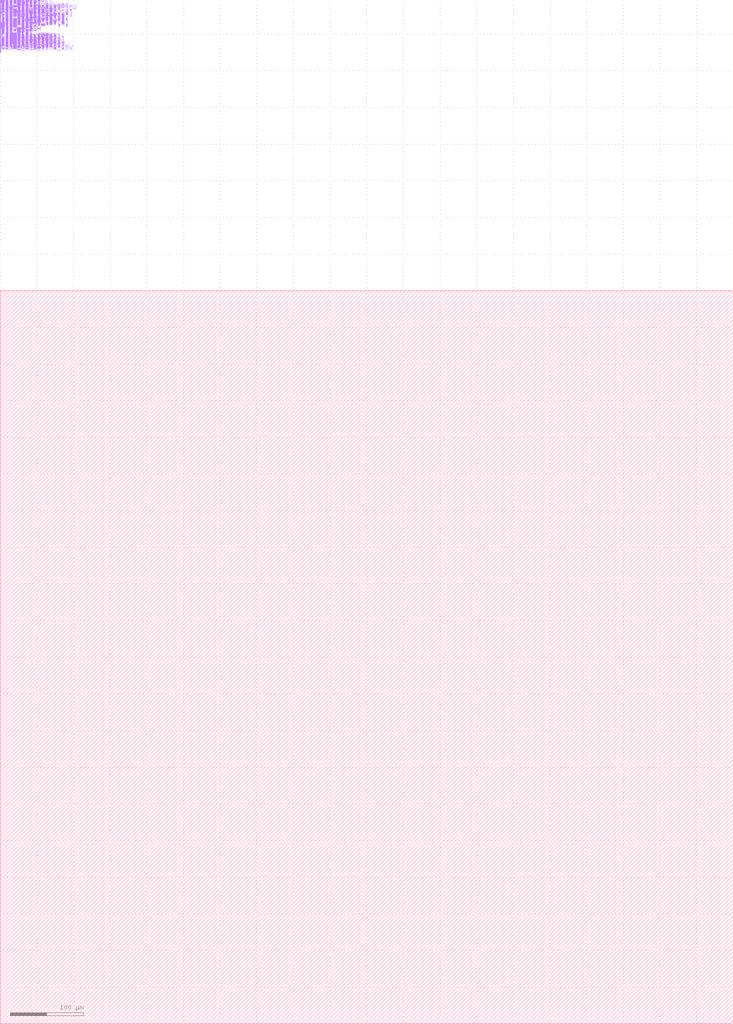
<source format=lef>
######################################################################
# LEF Name        : A801_A_SUBAFE
# Modified Date   : 2020-05-07 19:03:36
######################################################################

VERSION 5.5 ;

NAMESCASESENSITIVE ON ;

DIVIDERCHAR "/" ;
BUSBITCHARS "[]" ;

 USEMINSPACING OBS OFF  ;
UNITS
    DATABASE MICRONS 2000  ;
END UNITS

 MANUFACTURINGGRID    0.005000 ;
SITE IOSite
    SYMMETRY Y  ;
    CLASS PAD  ;
    SIZE 80.8400 BY 144.0000 ;
END IOSite

SITE CoreSite
    SYMMETRY Y   ;
    CLASS CORE  ;
    SIZE 0.3700 BY 2.2200 ;
END CoreSite

MACRO A801_A_SUBAFE1_TOP
    CLASS PAD ;
    FOREIGN A801_A_SUBAFE1_TOP 0 0 ;
    ORIGIN 0.0000 0.0000 ;
    SIZE 1000.0000 BY 1000.0000 ;
    SYMMETRY R0 ;
    SITE IOSite ;
    PIN VDDPD_STD_ISOB_15V
        DIRECTION INPUT ;
        ANTENNAPARTIALMETALSIDEAREA 10  LAYER M3 ;
        PORT
        LAYER M3 ;
        RECT  0.0000 1144.2000 1.0000 1144.5000 ;
        END
    END VDDPD_STD_ISOB_15V
    PIN HIRC_EN_15V
        DIRECTION INPUT ;
        ANTENNAPARTIALMETALSIDEAREA 10  LAYER M3 ;
        PORT
        LAYER M3 ;
        RECT  0.0000 1144.8000 1.0000 1145.1000 ;
        END
    END HIRC_EN_15V
    PIN HIRC_LDOCAL_15V[3]
        DIRECTION INPUT ;
        ANTENNAPARTIALMETALSIDEAREA 10  LAYER M3 ;
        PORT
        LAYER M3 ;
        RECT  0.0000 1145.4000 1.0000 1145.7000 ;
        END
    END HIRC_LDOCAL_15V[3]
    PIN HIRC_LDOCAL_15V[2]
        DIRECTION INPUT ;
        ANTENNAPARTIALMETALSIDEAREA 10  LAYER M3 ;
        PORT
        LAYER M3 ;
        RECT  0.0000 1146.0000 1.0000 1146.3000 ;
        END
    END HIRC_LDOCAL_15V[2]
    PIN HIRC_LDOCAL_15V[1]
        DIRECTION INPUT ;
        ANTENNAPARTIALMETALSIDEAREA 10  LAYER M3 ;
        PORT
        LAYER M3 ;
        RECT  0.0000 1146.6000 1.0000 1146.9000 ;
        END
    END HIRC_LDOCAL_15V[1]
    PIN HIRC_LDOCAL_15V[0]
        DIRECTION INPUT ;
        ANTENNAPARTIALMETALSIDEAREA 10  LAYER M3 ;
        PORT
        LAYER M3 ;
        RECT  0.0000 1147.2000 1.0000 1147.5000 ;
        END
    END HIRC_LDOCAL_15V[0]
    PIN HIRC_TADJ_15V[3]
        DIRECTION INPUT ;
        ANTENNAPARTIALMETALSIDEAREA 10  LAYER M3 ;
        PORT
        LAYER M3 ;
        RECT  0.0000 1147.8000 1.0000 1148.1000 ;
        END
    END HIRC_TADJ_15V[3]
    PIN HIRC_TADJ_15V[2]
        DIRECTION INPUT ;
        ANTENNAPARTIALMETALSIDEAREA 10  LAYER M3 ;
        PORT
        LAYER M3 ;
        RECT  0.0000 1148.4000 1.0000 1148.7000 ;
        END
    END HIRC_TADJ_15V[2]
    PIN HIRC_TADJ_15V[1]
        DIRECTION INPUT ;
        ANTENNAPARTIALMETALSIDEAREA 10  LAYER M3 ;
        PORT
        LAYER M3 ;
        RECT  0.0000 1149.0000 1.0000 1149.3000 ;
        END
    END HIRC_TADJ_15V[1]
    PIN HIRC_TADJ_15V[0]
        DIRECTION INPUT ;
        ANTENNAPARTIALMETALSIDEAREA 10  LAYER M3 ;
        PORT
        LAYER M3 ;
        RECT  0.0000 1149.6000 1.0000 1149.9000 ;
        END
    END HIRC_TADJ_15V[0]
    PIN HIRC_CAL_15V[7]
        DIRECTION INPUT ;
        ANTENNAPARTIALMETALSIDEAREA 10  LAYER M3 ;
        PORT
        LAYER M3 ;
        RECT  0.0000 1150.2000 1.0000 1150.5000 ;
        END
    END HIRC_CAL_15V[7]
    PIN HIRC_CAL_15V[6]
        DIRECTION INPUT ;
        ANTENNAPARTIALMETALSIDEAREA 10  LAYER M3 ;
        PORT
        LAYER M3 ;
        RECT  0.0000 1150.8000 1.0000 1151.1000 ;
        END
    END HIRC_CAL_15V[6]
    PIN HIRC_CAL_15V[5]
        DIRECTION INPUT ;
        ANTENNAPARTIALMETALSIDEAREA 10  LAYER M3 ;
        PORT
        LAYER M3 ;
        RECT  0.0000 1151.4000 1.0000 1151.7000 ;
        END
    END HIRC_CAL_15V[5]
    PIN HIRC_CAL_15V[4]
        DIRECTION INPUT ;
        ANTENNAPARTIALMETALSIDEAREA 10  LAYER M3 ;
        PORT
        LAYER M3 ;
        RECT  0.0000 1152.0000 1.0000 1152.3000 ;
        END
    END HIRC_CAL_15V[4]
    PIN HIRC_CAL_15V[3]
        DIRECTION INPUT ;
        ANTENNAPARTIALMETALSIDEAREA 10  LAYER M3 ;
        PORT
        LAYER M3 ;
        RECT  0.0000 1152.6000 1.0000 1152.9000 ;
        END
    END HIRC_CAL_15V[3]
    PIN HIRC_CAL_15V[2]
        DIRECTION INPUT ;
        ANTENNAPARTIALMETALSIDEAREA 10  LAYER M3 ;
        PORT
        LAYER M3 ;
        RECT  0.0000 1153.2000 1.0000 1153.5000 ;
        END
    END HIRC_CAL_15V[2]
    PIN HIRC_CAL_15V[1]
        DIRECTION INPUT ;
        ANTENNAPARTIALMETALSIDEAREA 10  LAYER M3 ;
        PORT
        LAYER M3 ;
        RECT  0.0000 1153.8000 1.0000 1154.1000 ;
        END
    END HIRC_CAL_15V[1]
    PIN HIRC_CAL_15V[0]
        DIRECTION INPUT ;
        ANTENNAPARTIALMETALSIDEAREA 10  LAYER M3 ;
        PORT
        LAYER M3 ;
        RECT  0.0000 1154.4000 1.0000 1154.7000 ;
        END
    END HIRC_CAL_15V[0]
    PIN HIRC_OUT_15V
        DIRECTION OUTPUT ;
        ANTENNAPARTIALMETALSIDEAREA 10  LAYER M3 ;
        PORT
        LAYER M3 ;
        RECT  0.0000 1155.0000 1.0000 1155.3000 ;
        END
    END HIRC_OUT_15V
    PIN LIRC_EN_15V
        DIRECTION INPUT ;
        ANTENNAPARTIALMETALSIDEAREA 10  LAYER M3 ;
        PORT
        LAYER M3 ;
        RECT  0.0000 1155.6000 1.0000 1155.9000 ;
        END
    END LIRC_EN_15V
    PIN LIRC_OUT_15V
        DIRECTION OUTPUT ;
        ANTENNAPARTIALMETALSIDEAREA 10  LAYER M3 ;
        PORT
        LAYER M3 ;
        RECT  0.0000 1156.2000 1.0000 1156.5000 ;
        END
    END LIRC_OUT_15V
    PIN HXT_PBK_OSCO_50V
        DIRECTION INPUT ;
        ANTENNAPARTIALMETALSIDEAREA 10  LAYER M3 ;
        PORT
        LAYER M3 ;
        RECT  0.0000 1156.8000 1.0000 1157.1000 ;
        END
    END HXT_PBK_OSCO_50V
    PIN LDO_RTCVBG0
        DIRECTION INPUT ;
        ANTENNAPARTIALMETALSIDEAREA 10  LAYER M3 ;
        PORT
        LAYER M3 ;
        RECT  0.0000 1157.4000 1.0000 1157.7000 ;
        END
    END LDO_RTCVBG0
    PIN LDO_IBP50NA_50V[1]
        DIRECTION INPUT ;
        ANTENNAPARTIALMETALSIDEAREA 10  LAYER M3 ;
        PORT
        LAYER M3 ;
        RECT  0.0000 1158.0000 1.0000 1158.3000 ;
        END
    END LDO_IBP50NA_50V[1]
    PIN LDO_IBP50NA_50V[0]
        DIRECTION INPUT ;
        ANTENNAPARTIALMETALSIDEAREA 10  LAYER M3 ;
        PORT
        LAYER M3 ;
        RECT  0.0000 1158.6000 1.0000 1158.9000 ;
        END
    END LDO_IBP50NA_50V[0]
    PIN PVD_RES
        DIRECTION OUTPUT ;
        ANTENNAPARTIALMETALSIDEAREA 10  LAYER M3 ;
        PORT
        LAYER M3 ;
        RECT  0.0000 1159.2000 1.0000 1159.5000 ;
        END
    END PVD_RES
    PIN PVDE_15V
        DIRECTION INPUT ;
        ANTENNAPARTIALMETALSIDEAREA 10  LAYER M3 ;
        PORT
        LAYER M3 ;
        RECT  0.0000 1159.8000 1.0000 1160.1000 ;
        END
    END PVDE_15V
    PIN PVDS_15V[2]
        DIRECTION INPUT ;
        ANTENNAPARTIALMETALSIDEAREA 10  LAYER M3 ;
        PORT
        LAYER M3 ;
        RECT  0.0000 1160.4000 1.0000 1160.7000 ;
        END
    END PVDS_15V[2]
    PIN PVDS_15V[1]
        DIRECTION INPUT ;
        ANTENNAPARTIALMETALSIDEAREA 10  LAYER M3 ;
        PORT
        LAYER M3 ;
        RECT  0.0000 1161.0000 1.0000 1161.3000 ;
        END
    END PVDS_15V[1]
    PIN PVDS_15V[0]
        DIRECTION INPUT ;
        ANTENNAPARTIALMETALSIDEAREA 10  LAYER M3 ;
        PORT
        LAYER M3 ;
        RECT  0.0000 1161.6000 1.0000 1161.9000 ;
        END
    END PVDS_15V[0]
    PIN PVDCAL_15V[3]
        DIRECTION INPUT ;
        ANTENNAPARTIALMETALSIDEAREA 10  LAYER M3 ;
        PORT
        LAYER M3 ;
        RECT  0.0000 1162.2000 1.0000 1162.5000 ;
        END
    END PVDCAL_15V[3]
    PIN PVDCAL_15V[2]
        DIRECTION INPUT ;
        ANTENNAPARTIALMETALSIDEAREA 10  LAYER M3 ;
        PORT
        LAYER M3 ;
        RECT  0.0000 1162.8000 1.0000 1163.1000 ;
        END
    END PVDCAL_15V[2]
    PIN PVDCAL_15V[1]
        DIRECTION INPUT ;
        ANTENNAPARTIALMETALSIDEAREA 10  LAYER M3 ;
        PORT
        LAYER M3 ;
        RECT  0.0000 1163.4000 1.0000 1163.7000 ;
        END
    END PVDCAL_15V[1]
    PIN PVDCAL_15V[0]
        DIRECTION INPUT ;
        ANTENNAPARTIALMETALSIDEAREA 10  LAYER M3 ;
        PORT
        LAYER M3 ;
        RECT  0.0000 1164.0000 1.0000 1164.3000 ;
        END
    END PVDCAL_15V[0]
    PIN PVDO_15V
        DIRECTION OUTPUT ;
        ANTENNAPARTIALMETALSIDEAREA 10  LAYER M3 ;
        PORT
        LAYER M3 ;
        RECT  0.0000 1164.6000 1.0000 1164.9000 ;
        END
    END PVDO_15V
    PIN PVDOB_15V
        DIRECTION OUTPUT ;
        ANTENNAPARTIALMETALSIDEAREA 10  LAYER M3 ;
        PORT
        LAYER M3 ;
        RECT  0.0000 1165.2000 1.0000 1165.5000 ;
        END
    END PVDOB_15V
    PIN PVDO_TEST_15V
        DIRECTION OUTPUT ;
        ANTENNAPARTIALMETALSIDEAREA 10  LAYER M3 ;
        PORT
        LAYER M3 ;
        RECT  0.0000 1165.8000 1.0000 1166.1000 ;
        END
    END PVDO_TEST_15V
    PIN PORAE_15V
        DIRECTION INPUT ;
        ANTENNAPARTIALMETALSIDEAREA 10  LAYER M3 ;
        PORT
        LAYER M3 ;
        RECT  0.0000 1166.4000 1.0000 1166.7000 ;
        END
    END PORAE_15V
    PIN PORACAL_15V[3]
        DIRECTION INPUT ;
        ANTENNAPARTIALMETALSIDEAREA 10  LAYER M3 ;
        PORT
        LAYER M3 ;
        RECT  0.0000 1167.0000 1.0000 1167.3000 ;
        END
    END PORACAL_15V[3]
    PIN PORACAL_15V[2]
        DIRECTION INPUT ;
        ANTENNAPARTIALMETALSIDEAREA 10  LAYER M3 ;
        PORT
        LAYER M3 ;
        RECT  0.0000 1167.6000 1.0000 1167.9000 ;
        END
    END PORACAL_15V[2]
    PIN PORACAL_15V[1]
        DIRECTION INPUT ;
        ANTENNAPARTIALMETALSIDEAREA 10  LAYER M3 ;
        PORT
        LAYER M3 ;
        RECT  0.0000 1168.2000 1.0000 1168.5000 ;
        END
    END PORACAL_15V[1]
    PIN PORACAL_15V[0]
        DIRECTION INPUT ;
        ANTENNAPARTIALMETALSIDEAREA 10  LAYER M3 ;
        PORT
        LAYER M3 ;
        RECT  0.0000 1168.8000 1.0000 1169.1000 ;
        END
    END PORACAL_15V[0]
    PIN PORDCAL_15V[3]
        DIRECTION INPUT ;
        ANTENNAPARTIALMETALSIDEAREA 10  LAYER M3 ;
        PORT
        LAYER M3 ;
        RECT  0.0000 1169.4000 1.0000 1169.7000 ;
        END
    END PORDCAL_15V[3]
    PIN PORDCAL_15V[2]
        DIRECTION INPUT ;
        ANTENNAPARTIALMETALSIDEAREA 10  LAYER M3 ;
        PORT
        LAYER M3 ;
        RECT  0.0000 1170.0000 1.0000 1170.3000 ;
        END
    END PORDCAL_15V[2]
    PIN PORDCAL_15V[1]
        DIRECTION INPUT ;
        ANTENNAPARTIALMETALSIDEAREA 10  LAYER M3 ;
        PORT
        LAYER M3 ;
        RECT  0.0000 1170.6000 1.0000 1170.9000 ;
        END
    END PORDCAL_15V[1]
    PIN PORDCAL_15V[0]
        DIRECTION INPUT ;
        ANTENNAPARTIALMETALSIDEAREA 10  LAYER M3 ;
        PORT
        LAYER M3 ;
        RECT  0.0000 1171.2000 1.0000 1171.5000 ;
        END
    END PORDCAL_15V[0]
    PIN PORD_15V
        DIRECTION OUTPUT ;
        ANTENNAPARTIALMETALSIDEAREA 10  LAYER M3 ;
        PORT
        LAYER M3 ;
        RECT  0.0000 1171.8000 1.0000 1172.1000 ;
        END
    END PORD_15V
    PIN PORDB_15V
        DIRECTION OUTPUT ;
        ANTENNAPARTIALMETALSIDEAREA 10  LAYER M3 ;
        PORT
        LAYER M3 ;
        RECT  0.0000 1172.4000 1.0000 1172.7000 ;
        END
    END PORDB_15V
    PIN PORD_TEST_15V
        DIRECTION OUTPUT ;
        ANTENNAPARTIALMETALSIDEAREA 10  LAYER M3 ;
        PORT
        LAYER M3 ;
        RECT  0.0000 1173.0000 1.0000 1173.3000 ;
        END
    END PORD_TEST_15V
    PIN PORA_15V
        DIRECTION OUTPUT ;
        ANTENNAPARTIALMETALSIDEAREA 10  LAYER M3 ;
        PORT
        LAYER M3 ;
        RECT  0.0000 1173.6000 1.0000 1173.9000 ;
        END
    END PORA_15V
    PIN PORAB_15V
        DIRECTION OUTPUT ;
        ANTENNAPARTIALMETALSIDEAREA 10  LAYER M3 ;
        PORT
        LAYER M3 ;
        RECT  0.0000 1174.2000 1.0000 1174.5000 ;
        END
    END PORAB_15V
    PIN PORA_TEST_15V
        DIRECTION OUTPUT ;
        ANTENNAPARTIALMETALSIDEAREA 10  LAYER M3 ;
        PORT
        LAYER M3 ;
        RECT  0.0000 1174.8000 1.0000 1175.1000 ;
        END
    END PORA_TEST_15V
    PIN TS_CAL_15V[4]
        DIRECTION INPUT ;
        ANTENNAPARTIALMETALSIDEAREA 10  LAYER M3 ;
        PORT
        LAYER M3 ;
        RECT  0.0000 1175.4000 1.0000 1175.7000 ;
        END
    END TS_CAL_15V[4]
    PIN TS_CAL_15V[3]
        DIRECTION INPUT ;
        ANTENNAPARTIALMETALSIDEAREA 10  LAYER M3 ;
        PORT
        LAYER M3 ;
        RECT  0.0000 1176.0000 1.0000 1176.3000 ;
        END
    END TS_CAL_15V[3]
    PIN TS_CAL_15V[2]
        DIRECTION INPUT ;
        ANTENNAPARTIALMETALSIDEAREA 10  LAYER M3 ;
        PORT
        LAYER M3 ;
        RECT  0.0000 1176.6000 1.0000 1176.9000 ;
        END
    END TS_CAL_15V[2]
    PIN TS_CAL_15V[1]
        DIRECTION INPUT ;
        ANTENNAPARTIALMETALSIDEAREA 10  LAYER M3 ;
        PORT
        LAYER M3 ;
        RECT  0.0000 1177.2000 1.0000 1177.5000 ;
        END
    END TS_CAL_15V[1]
    PIN TS_CAL_15V[0]
        DIRECTION INPUT ;
        ANTENNAPARTIALMETALSIDEAREA 10  LAYER M3 ;
        PORT
        LAYER M3 ;
        RECT  0.0000 1177.8000 1.0000 1178.1000 ;
        END
    END TS_CAL_15V[0]
    PIN TS_EN_15V
        DIRECTION INPUT ;
        ANTENNAPARTIALMETALSIDEAREA 10  LAYER M3 ;
        PORT
        LAYER M3 ;
        RECT  0.0000 1178.4000 1.0000 1178.7000 ;
        END
    END TS_EN_15V
    PIN VBAT_D2O_50V
        DIRECTION INPUT ;
        ANTENNAPARTIALMETALSIDEAREA 10  LAYER M3 ;
        PORT
        LAYER M3 ;
        RECT  0.0000 1179.0000 1.0000 1179.3000 ;
        END
    END VBAT_D2O_50V
    PIN ADC_CLK_15V
        DIRECTION INPUT ;
        ANTENNAPARTIALMETALSIDEAREA 10  LAYER M3 ;
        PORT
        LAYER M3 ;
        RECT  0.0000 1179.6000 1.0000 1179.9000 ;
        END
    END ADC_CLK_15V
    PIN ADC_PUMPEN_15V
        DIRECTION INPUT ;
        ANTENNAPARTIALMETALSIDEAREA 10  LAYER M3 ;
        PORT
        LAYER M3 ;
        RECT  0.0000 1180.2000 1.0000 1180.5000 ;
        END
    END ADC_PUMPEN_15V
    PIN ADC_EN_15V
        DIRECTION INPUT ;
        ANTENNAPARTIALMETALSIDEAREA 10  LAYER M3 ;
        PORT
        LAYER M3 ;
        RECT  0.0000 1180.8000 1.0000 1181.1000 ;
        END
    END ADC_EN_15V
    PIN ADC_STOPB_15V
        DIRECTION INPUT ;
        ANTENNAPARTIALMETALSIDEAREA 10  LAYER M3 ;
        PORT
        LAYER M3 ;
        RECT  0.0000 1181.4000 1.0000 1181.7000 ;
        END
    END ADC_STOPB_15V
    PIN ADC_SAMPLE_15V
        DIRECTION INPUT ;
        ANTENNAPARTIALMETALSIDEAREA 10  LAYER M3 ;
        PORT
        LAYER M3 ;
        RECT  0.0000 1182.0000 1.0000 1182.3000 ;
        END
    END ADC_SAMPLE_15V
    PIN ADC_SAMPLEOK_15V
        DIRECTION INPUT ;
        ANTENNAPARTIALMETALSIDEAREA 10  LAYER M3 ;
        PORT
        LAYER M3 ;
        RECT  0.0000 1182.6000 1.0000 1182.9000 ;
        END
    END ADC_SAMPLEOK_15V
    PIN ADC_PUMPTIME_15V
        DIRECTION INPUT ;
        ANTENNAPARTIALMETALSIDEAREA 10  LAYER M3 ;
        PORT
        LAYER M3 ;
        RECT  0.0000 1183.2000 1.0000 1183.5000 ;
        END
    END ADC_PUMPTIME_15V
    PIN ADC_AIN_50V[9]
        DIRECTION INPUT ;
        ANTENNAPARTIALMETALSIDEAREA 10  LAYER M3 ;
        PORT
        LAYER M3 ;
        RECT  0.0000 1183.8000 1.0000 1184.1000 ;
        END
    END ADC_AIN_50V[9]
    PIN ADC_AIN_50V[8]
        DIRECTION INPUT ;
        ANTENNAPARTIALMETALSIDEAREA 10  LAYER M3 ;
        PORT
        LAYER M3 ;
        RECT  0.0000 1184.4000 1.0000 1184.7000 ;
        END
    END ADC_AIN_50V[8]
    PIN ADC_AIN_50V[7]
        DIRECTION INPUT ;
        ANTENNAPARTIALMETALSIDEAREA 10  LAYER M3 ;
        PORT
        LAYER M3 ;
        RECT  0.0000 1185.0000 1.0000 1185.3000 ;
        END
    END ADC_AIN_50V[7]
    PIN ADC_AIN_50V[6]
        DIRECTION INPUT ;
        ANTENNAPARTIALMETALSIDEAREA 10  LAYER M3 ;
        PORT
        LAYER M3 ;
        RECT  0.0000 1185.6000 1.0000 1185.9000 ;
        END
    END ADC_AIN_50V[6]
    PIN ADC_AIN_50V[5]
        DIRECTION INPUT ;
        ANTENNAPARTIALMETALSIDEAREA 10  LAYER M3 ;
        PORT
        LAYER M3 ;
        RECT  0.0000 1186.2000 1.0000 1186.5000 ;
        END
    END ADC_AIN_50V[5]
    PIN ADC_AIN_50V[4]
        DIRECTION INPUT ;
        ANTENNAPARTIALMETALSIDEAREA 10  LAYER M3 ;
        PORT
        LAYER M3 ;
        RECT  0.0000 1186.8000 1.0000 1187.1000 ;
        END
    END ADC_AIN_50V[4]
    PIN ADC_AIN_50V[3]
        DIRECTION INPUT ;
        ANTENNAPARTIALMETALSIDEAREA 10  LAYER M3 ;
        PORT
        LAYER M3 ;
        RECT  0.0000 1187.4000 1.0000 1187.7000 ;
        END
    END ADC_AIN_50V[3]
    PIN ADC_AIN_50V[2]
        DIRECTION INPUT ;
        ANTENNAPARTIALMETALSIDEAREA 10  LAYER M3 ;
        PORT
        LAYER M3 ;
        RECT  0.0000 1188.0000 1.0000 1188.3000 ;
        END
    END ADC_AIN_50V[2]
    PIN ADC_AIN_50V[1]
        DIRECTION INPUT ;
        ANTENNAPARTIALMETALSIDEAREA 10  LAYER M3 ;
        PORT
        LAYER M3 ;
        RECT  0.0000 1188.6000 1.0000 1188.9000 ;
        END
    END ADC_AIN_50V[1]
    PIN ADC_AIN_50V[0]
        DIRECTION INPUT ;
        ANTENNAPARTIALMETALSIDEAREA 10  LAYER M3 ;
        PORT
        LAYER M3 ;
        RECT  0.0000 1189.2000 1.0000 1189.5000 ;
        END
    END ADC_AIN_50V[0]
    PIN ADC_CHSEL_15V[15]
        DIRECTION INPUT ;
        ANTENNAPARTIALMETALSIDEAREA 10  LAYER M3 ;
        PORT
        LAYER M3 ;
        RECT  0.0000 1189.8000 1.0000 1190.1000 ;
        END
    END ADC_CHSEL_15V[15]
    PIN ADC_CHSEL_15V[14]
        DIRECTION INPUT ;
        ANTENNAPARTIALMETALSIDEAREA 10  LAYER M3 ;
        PORT
        LAYER M3 ;
        RECT  0.0000 1190.4000 1.0000 1190.7000 ;
        END
    END ADC_CHSEL_15V[14]
    PIN ADC_CHSEL_15V[13]
        DIRECTION INPUT ;
        ANTENNAPARTIALMETALSIDEAREA 10  LAYER M3 ;
        PORT
        LAYER M3 ;
        RECT  0.0000 1191.0000 1.0000 1191.3000 ;
        END
    END ADC_CHSEL_15V[13]
    PIN ADC_CHSEL_15V[12]
        DIRECTION INPUT ;
        ANTENNAPARTIALMETALSIDEAREA 10  LAYER M3 ;
        PORT
        LAYER M3 ;
        RECT  0.0000 1191.6000 1.0000 1191.9000 ;
        END
    END ADC_CHSEL_15V[12]
    PIN ADC_CHSEL_15V[11]
        DIRECTION INPUT ;
        ANTENNAPARTIALMETALSIDEAREA 10  LAYER M3 ;
        PORT
        LAYER M3 ;
        RECT  0.0000 1192.2000 1.0000 1192.5000 ;
        END
    END ADC_CHSEL_15V[11]
    PIN ADC_CHSEL_15V[10]
        DIRECTION INPUT ;
        ANTENNAPARTIALMETALSIDEAREA 10  LAYER M3 ;
        PORT
        LAYER M3 ;
        RECT  0.0000 1192.8000 1.0000 1193.1000 ;
        END
    END ADC_CHSEL_15V[10]
    PIN ADC_CHSEL_15V[9]
        DIRECTION INPUT ;
        ANTENNAPARTIALMETALSIDEAREA 10  LAYER M3 ;
        PORT
        LAYER M3 ;
        RECT  0.0000 1193.4000 1.0000 1193.7000 ;
        END
    END ADC_CHSEL_15V[9]
    PIN ADC_CHSEL_15V[8]
        DIRECTION INPUT ;
        ANTENNAPARTIALMETALSIDEAREA 10  LAYER M3 ;
        PORT
        LAYER M3 ;
        RECT  0.0000 1194.0000 1.0000 1194.3000 ;
        END
    END ADC_CHSEL_15V[8]
    PIN ADC_CHSEL_15V[7]
        DIRECTION INPUT ;
        ANTENNAPARTIALMETALSIDEAREA 10  LAYER M3 ;
        PORT
        LAYER M3 ;
        RECT  0.0000 1194.6000 1.0000 1194.9000 ;
        END
    END ADC_CHSEL_15V[7]
    PIN ADC_CHSEL_15V[6]
        DIRECTION INPUT ;
        ANTENNAPARTIALMETALSIDEAREA 10  LAYER M3 ;
        PORT
        LAYER M3 ;
        RECT  0.0000 1195.2000 1.0000 1195.5000 ;
        END
    END ADC_CHSEL_15V[6]
    PIN ADC_CHSEL_15V[5]
        DIRECTION INPUT ;
        ANTENNAPARTIALMETALSIDEAREA 10  LAYER M3 ;
        PORT
        LAYER M3 ;
        RECT  0.0000 1195.8000 1.0000 1196.1000 ;
        END
    END ADC_CHSEL_15V[5]
    PIN ADC_CHSEL_15V[4]
        DIRECTION INPUT ;
        ANTENNAPARTIALMETALSIDEAREA 10  LAYER M3 ;
        PORT
        LAYER M3 ;
        RECT  0.0000 1196.4000 1.0000 1196.7000 ;
        END
    END ADC_CHSEL_15V[4]
    PIN ADC_CHSEL_15V[3]
        DIRECTION INPUT ;
        ANTENNAPARTIALMETALSIDEAREA 10  LAYER M3 ;
        PORT
        LAYER M3 ;
        RECT  0.0000 1197.0000 1.0000 1197.3000 ;
        END
    END ADC_CHSEL_15V[3]
    PIN ADC_CHSEL_15V[2]
        DIRECTION INPUT ;
        ANTENNAPARTIALMETALSIDEAREA 10  LAYER M3 ;
        PORT
        LAYER M3 ;
        RECT  0.0000 1197.6000 1.0000 1197.9000 ;
        END
    END ADC_CHSEL_15V[2]
    PIN ADC_CHSEL_15V[1]
        DIRECTION INPUT ;
        ANTENNAPARTIALMETALSIDEAREA 10  LAYER M3 ;
        PORT
        LAYER M3 ;
        RECT  0.0000 1198.2000 1.0000 1198.5000 ;
        END
    END ADC_CHSEL_15V[1]
    PIN ADC_CHSEL_15V[0]
        DIRECTION INPUT ;
        ANTENNAPARTIALMETALSIDEAREA 10  LAYER M3 ;
        PORT
        LAYER M3 ;
        RECT  0.0000 1198.8000 1.0000 1199.1000 ;
        END
    END ADC_CHSEL_15V[0]
    PIN ADC_CALEN_15V
        DIRECTION INPUT ;
        ANTENNAPARTIALMETALSIDEAREA 10  LAYER M3 ;
        PORT
        LAYER M3 ;
        RECT  0.0000 1199.4000 1.0000 1199.7000 ;
        END
    END ADC_CALEN_15V
    PIN ADC_CALVAL_15V[6]
        DIRECTION INPUT ;
        ANTENNAPARTIALMETALSIDEAREA 10  LAYER M3 ;
        PORT
        LAYER M3 ;
        RECT  0.0000 1200.0000 1.0000 1200.3000 ;
        END
    END ADC_CALVAL_15V[6]
    PIN ADC_CALVAL_15V[5]
        DIRECTION INPUT ;
        ANTENNAPARTIALMETALSIDEAREA 10  LAYER M3 ;
        PORT
        LAYER M3 ;
        RECT  0.0000 1200.6000 1.0000 1200.9000 ;
        END
    END ADC_CALVAL_15V[5]
    PIN ADC_CALVAL_15V[4]
        DIRECTION INPUT ;
        ANTENNAPARTIALMETALSIDEAREA 10  LAYER M3 ;
        PORT
        LAYER M3 ;
        RECT  0.0000 1201.2000 1.0000 1201.5000 ;
        END
    END ADC_CALVAL_15V[4]
    PIN ADC_CALVAL_15V[3]
        DIRECTION INPUT ;
        ANTENNAPARTIALMETALSIDEAREA 10  LAYER M3 ;
        PORT
        LAYER M3 ;
        RECT  0.0000 1201.8000 1.0000 1202.1000 ;
        END
    END ADC_CALVAL_15V[3]
    PIN ADC_CALVAL_15V[2]
        DIRECTION INPUT ;
        ANTENNAPARTIALMETALSIDEAREA 10  LAYER M3 ;
        PORT
        LAYER M3 ;
        RECT  0.0000 1202.4000 1.0000 1202.7000 ;
        END
    END ADC_CALVAL_15V[2]
    PIN ADC_CALVAL_15V[1]
        DIRECTION INPUT ;
        ANTENNAPARTIALMETALSIDEAREA 10  LAYER M3 ;
        PORT
        LAYER M3 ;
        RECT  0.0000 1203.0000 1.0000 1203.3000 ;
        END
    END ADC_CALVAL_15V[1]
    PIN ADC_CALVAL_15V[0]
        DIRECTION INPUT ;
        ANTENNAPARTIALMETALSIDEAREA 10  LAYER M3 ;
        PORT
        LAYER M3 ;
        RECT  0.0000 1203.6000 1.0000 1203.9000 ;
        END
    END ADC_CALVAL_15V[0]
    PIN ADC_ITRIM1_15V[3]
        DIRECTION INPUT ;
        ANTENNAPARTIALMETALSIDEAREA 10  LAYER M3 ;
        PORT
        LAYER M3 ;
        RECT  0.0000 1204.2000 1.0000 1204.5000 ;
        END
    END ADC_ITRIM1_15V[3]
    PIN ADC_ITRIM1_15V[2]
        DIRECTION INPUT ;
        ANTENNAPARTIALMETALSIDEAREA 10  LAYER M3 ;
        PORT
        LAYER M3 ;
        RECT  0.0000 1204.8000 1.0000 1205.1000 ;
        END
    END ADC_ITRIM1_15V[2]
    PIN ADC_ITRIM1_15V[1]
        DIRECTION INPUT ;
        ANTENNAPARTIALMETALSIDEAREA 10  LAYER M3 ;
        PORT
        LAYER M3 ;
        RECT  0.0000 1205.4000 1.0000 1205.7000 ;
        END
    END ADC_ITRIM1_15V[1]
    PIN ADC_ITRIM1_15V[0]
        DIRECTION INPUT ;
        ANTENNAPARTIALMETALSIDEAREA 10  LAYER M3 ;
        PORT
        LAYER M3 ;
        RECT  0.0000 1206.0000 1.0000 1206.3000 ;
        END
    END ADC_ITRIM1_15V[0]
    PIN ADC_RES_15V[1]
        DIRECTION INPUT ;
        ANTENNAPARTIALMETALSIDEAREA 10  LAYER M3 ;
        PORT
        LAYER M3 ;
        RECT  0.0000 1206.6000 1.0000 1206.9000 ;
        END
    END ADC_RES_15V[1]
    PIN ADC_RES_15V[0]
        DIRECTION INPUT ;
        ANTENNAPARTIALMETALSIDEAREA 10  LAYER M3 ;
        PORT
        LAYER M3 ;
        RECT  0.0000 1207.2000 1.0000 1207.5000 ;
        END
    END ADC_RES_15V[0]
    PIN ADC_DOUT_15V[11]
        DIRECTION OUTPUT ;
        ANTENNAPARTIALMETALSIDEAREA 10  LAYER M3 ;
        PORT
        LAYER M3 ;
        RECT  0.0000 1207.8000 1.0000 1208.1000 ;
        END
    END ADC_DOUT_15V[11]
    PIN ADC_DOUT_15V[10]
        DIRECTION OUTPUT ;
        ANTENNAPARTIALMETALSIDEAREA 10  LAYER M3 ;
        PORT
        LAYER M3 ;
        RECT  0.0000 1208.4000 1.0000 1208.7000 ;
        END
    END ADC_DOUT_15V[10]
    PIN ADC_DOUT_15V[9]
        DIRECTION OUTPUT ;
        ANTENNAPARTIALMETALSIDEAREA 10  LAYER M3 ;
        PORT
        LAYER M3 ;
        RECT  0.0000 1209.0000 1.0000 1209.3000 ;
        END
    END ADC_DOUT_15V[9]
    PIN ADC_DOUT_15V[8]
        DIRECTION OUTPUT ;
        ANTENNAPARTIALMETALSIDEAREA 10  LAYER M3 ;
        PORT
        LAYER M3 ;
        RECT  0.0000 1209.6000 1.0000 1209.9000 ;
        END
    END ADC_DOUT_15V[8]
    PIN ADC_DOUT_15V[7]
        DIRECTION OUTPUT ;
        ANTENNAPARTIALMETALSIDEAREA 10  LAYER M3 ;
        PORT
        LAYER M3 ;
        RECT  0.0000 1210.2000 1.0000 1210.5000 ;
        END
    END ADC_DOUT_15V[7]
    PIN ADC_DOUT_15V[6]
        DIRECTION OUTPUT ;
        ANTENNAPARTIALMETALSIDEAREA 10  LAYER M3 ;
        PORT
        LAYER M3 ;
        RECT  0.0000 1210.8000 1.0000 1211.1000 ;
        END
    END ADC_DOUT_15V[6]
    PIN ADC_DOUT_15V[5]
        DIRECTION OUTPUT ;
        ANTENNAPARTIALMETALSIDEAREA 10  LAYER M3 ;
        PORT
        LAYER M3 ;
        RECT  0.0000 1211.4000 1.0000 1211.7000 ;
        END
    END ADC_DOUT_15V[5]
    PIN ADC_DOUT_15V[4]
        DIRECTION OUTPUT ;
        ANTENNAPARTIALMETALSIDEAREA 10  LAYER M3 ;
        PORT
        LAYER M3 ;
        RECT  0.0000 1212.0000 1.0000 1212.3000 ;
        END
    END ADC_DOUT_15V[4]
    PIN ADC_DOUT_15V[3]
        DIRECTION OUTPUT ;
        ANTENNAPARTIALMETALSIDEAREA 10  LAYER M3 ;
        PORT
        LAYER M3 ;
        RECT  0.0000 1212.6000 1.0000 1212.9000 ;
        END
    END ADC_DOUT_15V[3]
    PIN ADC_DOUT_15V[2]
        DIRECTION OUTPUT ;
        ANTENNAPARTIALMETALSIDEAREA 10  LAYER M3 ;
        PORT
        LAYER M3 ;
        RECT  0.0000 1213.2000 1.0000 1213.5000 ;
        END
    END ADC_DOUT_15V[2]
    PIN ADC_DOUT_15V[1]
        DIRECTION OUTPUT ;
        ANTENNAPARTIALMETALSIDEAREA 10  LAYER M3 ;
        PORT
        LAYER M3 ;
        RECT  0.0000 1213.8000 1.0000 1214.1000 ;
        END
    END ADC_DOUT_15V[1]
    PIN ADC_DOUT_15V[0]
        DIRECTION OUTPUT ;
        ANTENNAPARTIALMETALSIDEAREA 10  LAYER M3 ;
        PORT
        LAYER M3 ;
        RECT  0.0000 1214.4000 1.0000 1214.7000 ;
        END
    END ADC_DOUT_15V[0]
    PIN ADC_EOC_15V
        DIRECTION OUTPUT ;
        ANTENNAPARTIALMETALSIDEAREA 10  LAYER M3 ;
        PORT
        LAYER M3 ;
        RECT  0.0000 1215.0000 1.0000 1215.3000 ;
        END
    END ADC_EOC_15V
    PIN MUX_EN_15V
        DIRECTION INPUT ;
        ANTENNAPARTIALMETALSIDEAREA 10  LAYER M3 ;
        PORT
        LAYER M3 ;
        RECT  0.0000 1215.6000 1.0000 1215.9000 ;
        END
    END MUX_EN_15V
    PIN MUX_INS_15V[3]
        DIRECTION INPUT ;
        ANTENNAPARTIALMETALSIDEAREA 10  LAYER M3 ;
        PORT
        LAYER M3 ;
        RECT  0.0000 1216.2000 1.0000 1216.5000 ;
        END
    END MUX_INS_15V[3]
    PIN MUX_INS_15V[2]
        DIRECTION INPUT ;
        ANTENNAPARTIALMETALSIDEAREA 10  LAYER M3 ;
        PORT
        LAYER M3 ;
        RECT  0.0000 1216.8000 1.0000 1217.1000 ;
        END
    END MUX_INS_15V[2]
    PIN MUX_INS_15V[1]
        DIRECTION INPUT ;
        ANTENNAPARTIALMETALSIDEAREA 10  LAYER M3 ;
        PORT
        LAYER M3 ;
        RECT  0.0000 1217.4000 1.0000 1217.7000 ;
        END
    END MUX_INS_15V[1]
    PIN MUX_INS_15V[0]
        DIRECTION INPUT ;
        ANTENNAPARTIALMETALSIDEAREA 10  LAYER M3 ;
        PORT
        LAYER M3 ;
        RECT  0.0000 1218.0000 1.0000 1218.3000 ;
        END
    END MUX_INS_15V[0]
    PIN MUX_AIN_50V[3]
        DIRECTION INPUT ;
        ANTENNAPARTIALMETALSIDEAREA 10  LAYER M3 ;
        PORT
        LAYER M3 ;
        RECT  0.0000 1218.6000 1.0000 1218.9000 ;
        END
    END MUX_AIN_50V[3]
    PIN MUX_AIN_50V[2]
        DIRECTION INPUT ;
        ANTENNAPARTIALMETALSIDEAREA 10  LAYER M3 ;
        PORT
        LAYER M3 ;
        RECT  0.0000 1219.2000 1.0000 1219.5000 ;
        END
    END MUX_AIN_50V[2]
    PIN MUX_AIN_50V[1]
        DIRECTION INPUT ;
        ANTENNAPARTIALMETALSIDEAREA 10  LAYER M3 ;
        PORT
        LAYER M3 ;
        RECT  0.0000 1219.8000 1.0000 1220.1000 ;
        END
    END MUX_AIN_50V[1]
    PIN MUX_AIN_50V[0]
        DIRECTION INPUT ;
        ANTENNAPARTIALMETALSIDEAREA 10  LAYER M3 ;
        PORT
        LAYER M3 ;
        RECT  0.0000 1220.4000 1.0000 1220.7000 ;
        END
    END MUX_AIN_50V[0]
    PIN MUX_OUTPBK_50V
        DIRECTION OUTPUT ;
        ANTENNAPARTIALMETALSIDEAREA 10  LAYER M3 ;
        PORT
        LAYER M3 ;
        RECT  0.0000 1221.0000 1.0000 1221.3000 ;
        END
    END MUX_OUTPBK_50V
    PIN ISO_OUTB_V15R
        DIRECTION INPUT ;
        ANTENNAPARTIALMETALSIDEAREA 10  LAYER M3 ;
        PORT
        LAYER M3 ;
        RECT  0.0000 1221.6000 1.0000 1221.9000 ;
        END
    END ISO_OUTB_V15R
    PIN OPA_ITRIM1_15V[2]
        DIRECTION INPUT ;
        ANTENNAPARTIALMETALSIDEAREA 10  LAYER M3 ;
        PORT
        LAYER M3 ;
        RECT  0.0000 1222.2000 1.0000 1222.5000 ;
        END
    END OPA_ITRIM1_15V[2]
    PIN OPA_ITRIM1_15V[1]
        DIRECTION INPUT ;
        ANTENNAPARTIALMETALSIDEAREA 10  LAYER M3 ;
        PORT
        LAYER M3 ;
        RECT  0.0000 1222.8000 1.0000 1223.1000 ;
        END
    END OPA_ITRIM1_15V[1]
    PIN OPA_ITRIM1_15V[0]
        DIRECTION INPUT ;
        ANTENNAPARTIALMETALSIDEAREA 10  LAYER M3 ;
        PORT
        LAYER M3 ;
        RECT  0.0000 1223.4000 1.0000 1223.7000 ;
        END
    END OPA_ITRIM1_15V[0]
    PIN OPA_ITRIM2_15V[2]
        DIRECTION INPUT ;
        ANTENNAPARTIALMETALSIDEAREA 10  LAYER M3 ;
        PORT
        LAYER M3 ;
        RECT  0.0000 1224.0000 1.0000 1224.3000 ;
        END
    END OPA_ITRIM2_15V[2]
    PIN OPA_ITRIM2_15V[1]
        DIRECTION INPUT ;
        ANTENNAPARTIALMETALSIDEAREA 10  LAYER M3 ;
        PORT
        LAYER M3 ;
        RECT  0.0000 1224.6000 1.0000 1224.9000 ;
        END
    END OPA_ITRIM2_15V[1]
    PIN OPA_ITRIM2_15V[0]
        DIRECTION INPUT ;
        ANTENNAPARTIALMETALSIDEAREA 10  LAYER M3 ;
        PORT
        LAYER M3 ;
        RECT  0.0000 1225.2000 1.0000 1225.5000 ;
        END
    END OPA_ITRIM2_15V[0]
    PIN OPA0_EN_15V
        DIRECTION INPUT ;
        ANTENNAPARTIALMETALSIDEAREA 10  LAYER M3 ;
        PORT
        LAYER M3 ;
        RECT  0.0000 1225.8000 1.0000 1226.1000 ;
        END
    END OPA0_EN_15V
    PIN OPA0_CLRE_15V
        DIRECTION INPUT ;
        ANTENNAPARTIALMETALSIDEAREA 10  LAYER M3 ;
        PORT
        LAYER M3 ;
        RECT  0.0000 1226.4000 1.0000 1226.7000 ;
        END
    END OPA0_CLRE_15V
    PIN OPA0_CLRS_15V
        DIRECTION INPUT ;
        ANTENNAPARTIALMETALSIDEAREA 10  LAYER M3 ;
        PORT
        LAYER M3 ;
        RECT  0.0000 1227.0000 1.0000 1227.3000 ;
        END
    END OPA0_CLRS_15V
    PIN OPA0_CLRN_15V[5]
        DIRECTION INPUT ;
        ANTENNAPARTIALMETALSIDEAREA 10  LAYER M3 ;
        PORT
        LAYER M3 ;
        RECT  0.0000 1227.6000 1.0000 1227.9000 ;
        END
    END OPA0_CLRN_15V[5]
    PIN OPA0_CLRN_15V[4]
        DIRECTION INPUT ;
        ANTENNAPARTIALMETALSIDEAREA 10  LAYER M3 ;
        PORT
        LAYER M3 ;
        RECT  0.0000 1228.2000 1.0000 1228.5000 ;
        END
    END OPA0_CLRN_15V[4]
    PIN OPA0_CLRN_15V[3]
        DIRECTION INPUT ;
        ANTENNAPARTIALMETALSIDEAREA 10  LAYER M3 ;
        PORT
        LAYER M3 ;
        RECT  0.0000 1228.8000 1.0000 1229.1000 ;
        END
    END OPA0_CLRN_15V[3]
    PIN OPA0_CLRN_15V[2]
        DIRECTION INPUT ;
        ANTENNAPARTIALMETALSIDEAREA 10  LAYER M3 ;
        PORT
        LAYER M3 ;
        RECT  0.0000 1229.4000 1.0000 1229.7000 ;
        END
    END OPA0_CLRN_15V[2]
    PIN OPA0_CLRN_15V[1]
        DIRECTION INPUT ;
        ANTENNAPARTIALMETALSIDEAREA 10  LAYER M3 ;
        PORT
        LAYER M3 ;
        RECT  0.0000 1230.0000 1.0000 1230.3000 ;
        END
    END OPA0_CLRN_15V[1]
    PIN OPA0_CLRN_15V[0]
        DIRECTION INPUT ;
        ANTENNAPARTIALMETALSIDEAREA 10  LAYER M3 ;
        PORT
        LAYER M3 ;
        RECT  0.0000 1230.6000 1.0000 1230.9000 ;
        END
    END OPA0_CLRN_15V[0]
    PIN OPA0_CLRP_15V[5]
        DIRECTION INPUT ;
        ANTENNAPARTIALMETALSIDEAREA 10  LAYER M3 ;
        PORT
        LAYER M3 ;
        RECT  0.0000 1231.2000 1.0000 1231.5000 ;
        END
    END OPA0_CLRP_15V[5]
    PIN OPA0_CLRP_15V[4]
        DIRECTION INPUT ;
        ANTENNAPARTIALMETALSIDEAREA 10  LAYER M3 ;
        PORT
        LAYER M3 ;
        RECT  0.0000 1231.8000 1.0000 1232.1000 ;
        END
    END OPA0_CLRP_15V[4]
    PIN OPA0_CLRP_15V[3]
        DIRECTION INPUT ;
        ANTENNAPARTIALMETALSIDEAREA 10  LAYER M3 ;
        PORT
        LAYER M3 ;
        RECT  0.0000 1232.4000 1.0000 1232.7000 ;
        END
    END OPA0_CLRP_15V[3]
    PIN OPA0_CLRP_15V[2]
        DIRECTION INPUT ;
        ANTENNAPARTIALMETALSIDEAREA 10  LAYER M3 ;
        PORT
        LAYER M3 ;
        RECT  0.0000 1233.0000 1.0000 1233.3000 ;
        END
    END OPA0_CLRP_15V[2]
    PIN OPA0_CLRP_15V[1]
        DIRECTION INPUT ;
        ANTENNAPARTIALMETALSIDEAREA 10  LAYER M3 ;
        PORT
        LAYER M3 ;
        RECT  0.0000 1233.6000 1.0000 1233.9000 ;
        END
    END OPA0_CLRP_15V[1]
    PIN OPA0_CLRP_15V[0]
        DIRECTION INPUT ;
        ANTENNAPARTIALMETALSIDEAREA 10  LAYER M3 ;
        PORT
        LAYER M3 ;
        RECT  0.0000 1234.2000 1.0000 1234.5000 ;
        END
    END OPA0_CLRP_15V[0]
    PIN OPA0_NSEL_15V[1]
        DIRECTION INPUT ;
        ANTENNAPARTIALMETALSIDEAREA 10  LAYER M3 ;
        PORT
        LAYER M3 ;
        RECT  0.0000 1234.8000 1.0000 1235.1000 ;
        END
    END OPA0_NSEL_15V[1]
    PIN OPA0_NSEL_15V[0]
        DIRECTION INPUT ;
        ANTENNAPARTIALMETALSIDEAREA 10  LAYER M3 ;
        PORT
        LAYER M3 ;
        RECT  0.0000 1235.4000 1.0000 1235.7000 ;
        END
    END OPA0_NSEL_15V[0]
    PIN OPA0_GAIN_15V[1]
        DIRECTION INPUT ;
        ANTENNAPARTIALMETALSIDEAREA 10  LAYER M3 ;
        PORT
        LAYER M3 ;
        RECT  0.0000 1236.0000 1.0000 1236.3000 ;
        END
    END OPA0_GAIN_15V[1]
    PIN OPA0_GAIN_15V[0]
        DIRECTION INPUT ;
        ANTENNAPARTIALMETALSIDEAREA 10  LAYER M3 ;
        PORT
        LAYER M3 ;
        RECT  0.0000 1236.6000 1.0000 1236.9000 ;
        END
    END OPA0_GAIN_15V[0]
    PIN OPA0_O_EN_15V
        DIRECTION INPUT ;
        ANTENNAPARTIALMETALSIDEAREA 10  LAYER M3 ;
        PORT
        LAYER M3 ;
        RECT  0.0000 1237.2000 1.0000 1237.5000 ;
        END
    END OPA0_O_EN_15V
    PIN OPA0_CLR_OUT_15V
        DIRECTION OUTPUT ;
        ANTENNAPARTIALMETALSIDEAREA 10  LAYER M3 ;
        PORT
        LAYER M3 ;
        RECT  0.0000 1237.8000 1.0000 1238.1000 ;
        END
    END OPA0_CLR_OUT_15V
    PIN OPA0_OUT_50V
        DIRECTION INPUT ;
        ANTENNAPARTIALMETALSIDEAREA 10  LAYER M3 ;
        PORT
        LAYER M3 ;
        RECT  0.0000 1238.4000 1.0000 1238.7000 ;
        END
    END OPA0_OUT_50V
    PIN OPA1_EN_15V
        DIRECTION INPUT ;
        ANTENNAPARTIALMETALSIDEAREA 10  LAYER M3 ;
        PORT
        LAYER M3 ;
        RECT  0.0000 1239.0000 1.0000 1239.3000 ;
        END
    END OPA1_EN_15V
    PIN OPA1_CLRE_15V
        DIRECTION INPUT ;
        ANTENNAPARTIALMETALSIDEAREA 10  LAYER M3 ;
        PORT
        LAYER M3 ;
        RECT  0.0000 1239.6000 1.0000 1239.9000 ;
        END
    END OPA1_CLRE_15V
    PIN OPA1_CLRS_15V
        DIRECTION INPUT ;
        ANTENNAPARTIALMETALSIDEAREA 10  LAYER M3 ;
        PORT
        LAYER M3 ;
        RECT  0.0000 1240.2000 1.0000 1240.5000 ;
        END
    END OPA1_CLRS_15V
    PIN OPA1_CLRN_15V[5]
        DIRECTION INPUT ;
        ANTENNAPARTIALMETALSIDEAREA 10  LAYER M3 ;
        PORT
        LAYER M3 ;
        RECT  0.0000 1240.8000 1.0000 1241.1000 ;
        END
    END OPA1_CLRN_15V[5]
    PIN OPA1_CLRN_15V[4]
        DIRECTION INPUT ;
        ANTENNAPARTIALMETALSIDEAREA 10  LAYER M3 ;
        PORT
        LAYER M3 ;
        RECT  0.0000 1241.4000 1.0000 1241.7000 ;
        END
    END OPA1_CLRN_15V[4]
    PIN OPA1_CLRN_15V[3]
        DIRECTION INPUT ;
        ANTENNAPARTIALMETALSIDEAREA 10  LAYER M3 ;
        PORT
        LAYER M3 ;
        RECT  0.0000 1242.0000 1.0000 1242.3000 ;
        END
    END OPA1_CLRN_15V[3]
    PIN OPA1_CLRN_15V[2]
        DIRECTION INPUT ;
        ANTENNAPARTIALMETALSIDEAREA 10  LAYER M3 ;
        PORT
        LAYER M3 ;
        RECT  0.0000 1242.6000 1.0000 1242.9000 ;
        END
    END OPA1_CLRN_15V[2]
    PIN OPA1_CLRN_15V[1]
        DIRECTION INPUT ;
        ANTENNAPARTIALMETALSIDEAREA 10  LAYER M3 ;
        PORT
        LAYER M3 ;
        RECT  0.0000 1243.2000 1.0000 1243.5000 ;
        END
    END OPA1_CLRN_15V[1]
    PIN OPA1_CLRN_15V[0]
        DIRECTION INPUT ;
        ANTENNAPARTIALMETALSIDEAREA 10  LAYER M3 ;
        PORT
        LAYER M3 ;
        RECT  0.0000 1243.8000 1.0000 1244.1000 ;
        END
    END OPA1_CLRN_15V[0]
    PIN OPA1_CLRP_15V[5]
        DIRECTION INPUT ;
        ANTENNAPARTIALMETALSIDEAREA 10  LAYER M3 ;
        PORT
        LAYER M3 ;
        RECT  0.0000 1244.4000 1.0000 1244.7000 ;
        END
    END OPA1_CLRP_15V[5]
    PIN OPA1_CLRP_15V[4]
        DIRECTION INPUT ;
        ANTENNAPARTIALMETALSIDEAREA 10  LAYER M3 ;
        PORT
        LAYER M3 ;
        RECT  0.0000 1245.0000 1.0000 1245.3000 ;
        END
    END OPA1_CLRP_15V[4]
    PIN OPA1_CLRP_15V[3]
        DIRECTION INPUT ;
        ANTENNAPARTIALMETALSIDEAREA 10  LAYER M3 ;
        PORT
        LAYER M3 ;
        RECT  0.0000 1245.6000 1.0000 1245.9000 ;
        END
    END OPA1_CLRP_15V[3]
    PIN OPA1_CLRP_15V[2]
        DIRECTION INPUT ;
        ANTENNAPARTIALMETALSIDEAREA 10  LAYER M3 ;
        PORT
        LAYER M3 ;
        RECT  0.0000 1246.2000 1.0000 1246.5000 ;
        END
    END OPA1_CLRP_15V[2]
    PIN OPA1_CLRP_15V[1]
        DIRECTION INPUT ;
        ANTENNAPARTIALMETALSIDEAREA 10  LAYER M3 ;
        PORT
        LAYER M3 ;
        RECT  0.0000 1246.8000 1.0000 1247.1000 ;
        END
    END OPA1_CLRP_15V[1]
    PIN OPA1_CLRP_15V[0]
        DIRECTION INPUT ;
        ANTENNAPARTIALMETALSIDEAREA 10  LAYER M3 ;
        PORT
        LAYER M3 ;
        RECT  0.0000 1247.4000 1.0000 1247.7000 ;
        END
    END OPA1_CLRP_15V[0]
    PIN OPA1_NSEL_15V[1]
        DIRECTION INPUT ;
        ANTENNAPARTIALMETALSIDEAREA 10  LAYER M3 ;
        PORT
        LAYER M3 ;
        RECT  0.0000 1248.0000 1.0000 1248.3000 ;
        END
    END OPA1_NSEL_15V[1]
    PIN OPA1_NSEL_15V[0]
        DIRECTION INPUT ;
        ANTENNAPARTIALMETALSIDEAREA 10  LAYER M3 ;
        PORT
        LAYER M3 ;
        RECT  0.0000 1248.6000 1.0000 1248.9000 ;
        END
    END OPA1_NSEL_15V[0]
    PIN OPA1_GAIN_15V[1]
        DIRECTION INPUT ;
        ANTENNAPARTIALMETALSIDEAREA 10  LAYER M3 ;
        PORT
        LAYER M3 ;
        RECT  0.0000 1249.2000 1.0000 1249.5000 ;
        END
    END OPA1_GAIN_15V[1]
    PIN OPA1_GAIN_15V[0]
        DIRECTION INPUT ;
        ANTENNAPARTIALMETALSIDEAREA 10  LAYER M3 ;
        PORT
        LAYER M3 ;
        RECT  0.0000 1249.8000 1.0000 1250.1000 ;
        END
    END OPA1_GAIN_15V[0]
    PIN OPA1_O_EN_15V
        DIRECTION INPUT ;
        ANTENNAPARTIALMETALSIDEAREA 10  LAYER M3 ;
        PORT
        LAYER M3 ;
        RECT  0.0000 1250.4000 1.0000 1250.7000 ;
        END
    END OPA1_O_EN_15V
    PIN OPA1_N_50V
        DIRECTION INPUT ;
        ANTENNAPARTIALMETALSIDEAREA 10  LAYER M3 ;
        PORT
        LAYER M3 ;
        RECT  0.0000 1251.0000 1.0000 1251.3000 ;
        END
    END OPA1_N_50V
    PIN OPA1_P_50V
        DIRECTION INPUT ;
        ANTENNAPARTIALMETALSIDEAREA 10  LAYER M3 ;
        PORT
        LAYER M3 ;
        RECT  0.0000 1251.6000 1.0000 1251.9000 ;
        END
    END OPA1_P_50V
    PIN OPA1_N_VPBK_50V
        DIRECTION OUTPUT ;
        ANTENNAPARTIALMETALSIDEAREA 10  LAYER M3 ;
        PORT
        LAYER M3 ;
        RECT  0.0000 1252.2000 1.0000 1252.5000 ;
        END
    END OPA1_N_VPBK_50V
    PIN OPA1_P_VPBK_50V
        DIRECTION OUTPUT ;
        ANTENNAPARTIALMETALSIDEAREA 10  LAYER M3 ;
        PORT
        LAYER M3 ;
        RECT  0.0000 1252.8000 1.0000 1253.1000 ;
        END
    END OPA1_P_VPBK_50V
    PIN OPA1_O_VPBK_50V
        DIRECTION OUTPUT ;
        ANTENNAPARTIALMETALSIDEAREA 10  LAYER M3 ;
        PORT
        LAYER M3 ;
        RECT  0.0000 1253.4000 1.0000 1253.7000 ;
        END
    END OPA1_O_VPBK_50V
    PIN OPA1_CLR_OUT_15V
        DIRECTION OUTPUT ;
        ANTENNAPARTIALMETALSIDEAREA 10  LAYER M3 ;
        PORT
        LAYER M3 ;
        RECT  0.0000 1254.0000 1.0000 1254.3000 ;
        END
    END OPA1_CLR_OUT_15V
    PIN OPA1_OUT_50V
        DIRECTION INPUT ;
        ANTENNAPARTIALMETALSIDEAREA 10  LAYER M3 ;
        PORT
        LAYER M3 ;
        RECT  0.0000 1254.6000 1.0000 1254.9000 ;
        END
    END OPA1_OUT_50V
    PIN OPA2_EN_15V
        DIRECTION INPUT ;
        ANTENNAPARTIALMETALSIDEAREA 10  LAYER M3 ;
        PORT
        LAYER M3 ;
        RECT  0.0000 1255.2000 1.0000 1255.5000 ;
        END
    END OPA2_EN_15V
    PIN OPA2_CLRE_15V
        DIRECTION INPUT ;
        ANTENNAPARTIALMETALSIDEAREA 10  LAYER M3 ;
        PORT
        LAYER M3 ;
        RECT  0.0000 1255.8000 1.0000 1256.1000 ;
        END
    END OPA2_CLRE_15V
    PIN OPA2_CLRS_15V
        DIRECTION INPUT ;
        ANTENNAPARTIALMETALSIDEAREA 10  LAYER M3 ;
        PORT
        LAYER M3 ;
        RECT  0.0000 1256.4000 1.0000 1256.7000 ;
        END
    END OPA2_CLRS_15V
    PIN OPA2_CLRN_15V[5]
        DIRECTION INPUT ;
        ANTENNAPARTIALMETALSIDEAREA 10  LAYER M3 ;
        PORT
        LAYER M3 ;
        RECT  0.0000 1257.0000 1.0000 1257.3000 ;
        END
    END OPA2_CLRN_15V[5]
    PIN OPA2_CLRN_15V[4]
        DIRECTION INPUT ;
        ANTENNAPARTIALMETALSIDEAREA 10  LAYER M3 ;
        PORT
        LAYER M3 ;
        RECT  0.0000 1257.6000 1.0000 1257.9000 ;
        END
    END OPA2_CLRN_15V[4]
    PIN OPA2_CLRN_15V[3]
        DIRECTION INPUT ;
        ANTENNAPARTIALMETALSIDEAREA 10  LAYER M3 ;
        PORT
        LAYER M3 ;
        RECT  0.0000 1258.2000 1.0000 1258.5000 ;
        END
    END OPA2_CLRN_15V[3]
    PIN OPA2_CLRN_15V[2]
        DIRECTION INPUT ;
        ANTENNAPARTIALMETALSIDEAREA 10  LAYER M3 ;
        PORT
        LAYER M3 ;
        RECT  0.0000 1258.8000 1.0000 1259.1000 ;
        END
    END OPA2_CLRN_15V[2]
    PIN OPA2_CLRN_15V[1]
        DIRECTION INPUT ;
        ANTENNAPARTIALMETALSIDEAREA 10  LAYER M3 ;
        PORT
        LAYER M3 ;
        RECT  0.0000 1259.4000 1.0000 1259.7000 ;
        END
    END OPA2_CLRN_15V[1]
    PIN OPA2_CLRN_15V[0]
        DIRECTION INPUT ;
        ANTENNAPARTIALMETALSIDEAREA 10  LAYER M3 ;
        PORT
        LAYER M3 ;
        RECT  0.0000 1260.0000 1.0000 1260.3000 ;
        END
    END OPA2_CLRN_15V[0]
    PIN OPA2_CLRP_15V[5]
        DIRECTION INPUT ;
        ANTENNAPARTIALMETALSIDEAREA 10  LAYER M3 ;
        PORT
        LAYER M3 ;
        RECT  0.0000 1260.6000 1.0000 1260.9000 ;
        END
    END OPA2_CLRP_15V[5]
    PIN OPA2_CLRP_15V[4]
        DIRECTION INPUT ;
        ANTENNAPARTIALMETALSIDEAREA 10  LAYER M3 ;
        PORT
        LAYER M3 ;
        RECT  0.0000 1261.2000 1.0000 1261.5000 ;
        END
    END OPA2_CLRP_15V[4]
    PIN OPA2_CLRP_15V[3]
        DIRECTION INPUT ;
        ANTENNAPARTIALMETALSIDEAREA 10  LAYER M3 ;
        PORT
        LAYER M3 ;
        RECT  0.0000 1261.8000 1.0000 1262.1000 ;
        END
    END OPA2_CLRP_15V[3]
    PIN OPA2_CLRP_15V[2]
        DIRECTION INPUT ;
        ANTENNAPARTIALMETALSIDEAREA 10  LAYER M3 ;
        PORT
        LAYER M3 ;
        RECT  0.0000 1262.4000 1.0000 1262.7000 ;
        END
    END OPA2_CLRP_15V[2]
    PIN OPA2_CLRP_15V[1]
        DIRECTION INPUT ;
        ANTENNAPARTIALMETALSIDEAREA 10  LAYER M3 ;
        PORT
        LAYER M3 ;
        RECT  0.0000 1263.0000 1.0000 1263.3000 ;
        END
    END OPA2_CLRP_15V[1]
    PIN OPA2_CLRP_15V[0]
        DIRECTION INPUT ;
        ANTENNAPARTIALMETALSIDEAREA 10  LAYER M3 ;
        PORT
        LAYER M3 ;
        RECT  0.0000 1263.6000 1.0000 1263.9000 ;
        END
    END OPA2_CLRP_15V[0]
    PIN OPA2_NSEL_15V[1]
        DIRECTION INPUT ;
        ANTENNAPARTIALMETALSIDEAREA 10  LAYER M3 ;
        PORT
        LAYER M3 ;
        RECT  0.0000 1264.2000 1.0000 1264.5000 ;
        END
    END OPA2_NSEL_15V[1]
    PIN OPA2_NSEL_15V[0]
        DIRECTION INPUT ;
        ANTENNAPARTIALMETALSIDEAREA 10  LAYER M3 ;
        PORT
        LAYER M3 ;
        RECT  0.0000 1264.8000 1.0000 1265.1000 ;
        END
    END OPA2_NSEL_15V[0]
    PIN OPA2_GAIN_15V[1]
        DIRECTION INPUT ;
        ANTENNAPARTIALMETALSIDEAREA 10  LAYER M3 ;
        PORT
        LAYER M3 ;
        RECT  0.0000 1265.4000 1.0000 1265.7000 ;
        END
    END OPA2_GAIN_15V[1]
    PIN OPA2_GAIN_15V[0]
        DIRECTION INPUT ;
        ANTENNAPARTIALMETALSIDEAREA 10  LAYER M3 ;
        PORT
        LAYER M3 ;
        RECT  0.0000 1266.0000 1.0000 1266.3000 ;
        END
    END OPA2_GAIN_15V[0]
    PIN OPA2_O_EN_15V
        DIRECTION INPUT ;
        ANTENNAPARTIALMETALSIDEAREA 10  LAYER M3 ;
        PORT
        LAYER M3 ;
        RECT  0.0000 1266.6000 1.0000 1266.9000 ;
        END
    END OPA2_O_EN_15V
    PIN OPA2_N_50V
        DIRECTION INPUT ;
        ANTENNAPARTIALMETALSIDEAREA 10  LAYER M3 ;
        PORT
        LAYER M3 ;
        RECT  0.0000 1267.2000 1.0000 1267.5000 ;
        END
    END OPA2_N_50V
    PIN OPA2_P_50V
        DIRECTION INPUT ;
        ANTENNAPARTIALMETALSIDEAREA 10  LAYER M3 ;
        PORT
        LAYER M3 ;
        RECT  0.0000 1267.8000 1.0000 1268.1000 ;
        END
    END OPA2_P_50V
    PIN OPA2_N_VPBK_50V
        DIRECTION OUTPUT ;
        ANTENNAPARTIALMETALSIDEAREA 10  LAYER M3 ;
        PORT
        LAYER M3 ;
        RECT  0.0000 1268.4000 1.0000 1268.7000 ;
        END
    END OPA2_N_VPBK_50V
    PIN OPA2_P_VPBK_50V
        DIRECTION OUTPUT ;
        ANTENNAPARTIALMETALSIDEAREA 10  LAYER M3 ;
        PORT
        LAYER M3 ;
        RECT  0.0000 1269.0000 1.0000 1269.3000 ;
        END
    END OPA2_P_VPBK_50V
    PIN OPA2_O_VPBK_50V
        DIRECTION OUTPUT ;
        ANTENNAPARTIALMETALSIDEAREA 10  LAYER M3 ;
        PORT
        LAYER M3 ;
        RECT  0.0000 1269.6000 1.0000 1269.9000 ;
        END
    END OPA2_O_VPBK_50V
    PIN OPA2_CLR_OUT_15V
        DIRECTION OUTPUT ;
        ANTENNAPARTIALMETALSIDEAREA 10  LAYER M3 ;
        PORT
        LAYER M3 ;
        RECT  0.0000 1270.2000 1.0000 1270.5000 ;
        END
    END OPA2_CLR_OUT_15V
    PIN OPA2_OUT_50V
        DIRECTION INPUT ;
        ANTENNAPARTIALMETALSIDEAREA 10  LAYER M3 ;
        PORT
        LAYER M3 ;
        RECT  0.0000 1270.8000 1.0000 1271.1000 ;
        END
    END OPA2_OUT_50V
    PIN CMP0_EN_15V
        DIRECTION INPUT ;
        ANTENNAPARTIALMETALSIDEAREA 10  LAYER M3 ;
        PORT
        LAYER M3 ;
        RECT  0.0000 1271.4000 1.0000 1271.7000 ;
        END
    END CMP0_EN_15V
    PIN CMP0_CLRE_15V
        DIRECTION INPUT ;
        ANTENNAPARTIALMETALSIDEAREA 10  LAYER M3 ;
        PORT
        LAYER M3 ;
        RECT  0.0000 1272.0000 1.0000 1272.3000 ;
        END
    END CMP0_CLRE_15V
    PIN CMP0_CLRS_15V
        DIRECTION INPUT ;
        ANTENNAPARTIALMETALSIDEAREA 10  LAYER M3 ;
        PORT
        LAYER M3 ;
        RECT  0.0000 1272.6000 1.0000 1272.9000 ;
        END
    END CMP0_CLRS_15V
    PIN CMP0_CLRN_15V[5]
        DIRECTION INPUT ;
        ANTENNAPARTIALMETALSIDEAREA 10  LAYER M3 ;
        PORT
        LAYER M3 ;
        RECT  0.0000 1273.2000 1.0000 1273.5000 ;
        END
    END CMP0_CLRN_15V[5]
    PIN CMP0_CLRN_15V[4]
        DIRECTION INPUT ;
        ANTENNAPARTIALMETALSIDEAREA 10  LAYER M3 ;
        PORT
        LAYER M3 ;
        RECT  0.0000 1273.8000 1.0000 1274.1000 ;
        END
    END CMP0_CLRN_15V[4]
    PIN CMP0_CLRN_15V[3]
        DIRECTION INPUT ;
        ANTENNAPARTIALMETALSIDEAREA 10  LAYER M3 ;
        PORT
        LAYER M3 ;
        RECT  0.0000 1274.4000 1.0000 1274.7000 ;
        END
    END CMP0_CLRN_15V[3]
    PIN CMP0_CLRN_15V[2]
        DIRECTION INPUT ;
        ANTENNAPARTIALMETALSIDEAREA 10  LAYER M3 ;
        PORT
        LAYER M3 ;
        RECT  0.0000 1275.0000 1.0000 1275.3000 ;
        END
    END CMP0_CLRN_15V[2]
    PIN CMP0_CLRN_15V[1]
        DIRECTION INPUT ;
        ANTENNAPARTIALMETALSIDEAREA 10  LAYER M3 ;
        PORT
        LAYER M3 ;
        RECT  0.0000 1275.6000 1.0000 1275.9000 ;
        END
    END CMP0_CLRN_15V[1]
    PIN CMP0_CLRN_15V[0]
        DIRECTION INPUT ;
        ANTENNAPARTIALMETALSIDEAREA 10  LAYER M3 ;
        PORT
        LAYER M3 ;
        RECT  0.0000 1276.2000 1.0000 1276.5000 ;
        END
    END CMP0_CLRN_15V[0]
    PIN CMP0_CLRP_15V[5]
        DIRECTION INPUT ;
        ANTENNAPARTIALMETALSIDEAREA 10  LAYER M3 ;
        PORT
        LAYER M3 ;
        RECT  0.0000 1276.8000 1.0000 1277.1000 ;
        END
    END CMP0_CLRP_15V[5]
    PIN CMP0_CLRP_15V[4]
        DIRECTION INPUT ;
        ANTENNAPARTIALMETALSIDEAREA 10  LAYER M3 ;
        PORT
        LAYER M3 ;
        RECT  0.0000 1277.4000 1.0000 1277.7000 ;
        END
    END CMP0_CLRP_15V[4]
    PIN CMP0_CLRP_15V[3]
        DIRECTION INPUT ;
        ANTENNAPARTIALMETALSIDEAREA 10  LAYER M3 ;
        PORT
        LAYER M3 ;
        RECT  0.0000 1278.0000 1.0000 1278.3000 ;
        END
    END CMP0_CLRP_15V[3]
    PIN CMP0_CLRP_15V[2]
        DIRECTION INPUT ;
        ANTENNAPARTIALMETALSIDEAREA 10  LAYER M3 ;
        PORT
        LAYER M3 ;
        RECT  0.0000 1278.6000 1.0000 1278.9000 ;
        END
    END CMP0_CLRP_15V[2]
    PIN CMP0_CLRP_15V[1]
        DIRECTION INPUT ;
        ANTENNAPARTIALMETALSIDEAREA 10  LAYER M3 ;
        PORT
        LAYER M3 ;
        RECT  0.0000 1279.2000 1.0000 1279.5000 ;
        END
    END CMP0_CLRP_15V[1]
    PIN CMP0_CLRP_15V[0]
        DIRECTION INPUT ;
        ANTENNAPARTIALMETALSIDEAREA 10  LAYER M3 ;
        PORT
        LAYER M3 ;
        RECT  0.0000 1279.8000 1.0000 1280.1000 ;
        END
    END CMP0_CLRP_15V[0]
    PIN CMP0_HYS_15V[1]
        DIRECTION INPUT ;
        ANTENNAPARTIALMETALSIDEAREA 10  LAYER M3 ;
        PORT
        LAYER M3 ;
        RECT  0.0000 1280.4000 1.0000 1280.7000 ;
        END
    END CMP0_HYS_15V[1]
    PIN CMP0_HYS_15V[0]
        DIRECTION INPUT ;
        ANTENNAPARTIALMETALSIDEAREA 10  LAYER M3 ;
        PORT
        LAYER M3 ;
        RECT  0.0000 1281.0000 1.0000 1281.3000 ;
        END
    END CMP0_HYS_15V[0]
    PIN CMP0_VOLT_15V
        DIRECTION INPUT ;
        ANTENNAPARTIALMETALSIDEAREA 10  LAYER M3 ;
        PORT
        LAYER M3 ;
        RECT  0.0000 1281.6000 1.0000 1281.9000 ;
        END
    END CMP0_VOLT_15V
    PIN CMP0_VREFSEL_15V[2]
        DIRECTION INPUT ;
        ANTENNAPARTIALMETALSIDEAREA 10  LAYER M3 ;
        PORT
        LAYER M3 ;
        RECT  0.0000 1282.2000 1.0000 1282.5000 ;
        END
    END CMP0_VREFSEL_15V[2]
    PIN CMP0_VREFSEL_15V[1]
        DIRECTION INPUT ;
        ANTENNAPARTIALMETALSIDEAREA 10  LAYER M3 ;
        PORT
        LAYER M3 ;
        RECT  0.0000 1282.8000 1.0000 1283.1000 ;
        END
    END CMP0_VREFSEL_15V[1]
    PIN CMP0_VREFSEL_15V[0]
        DIRECTION INPUT ;
        ANTENNAPARTIALMETALSIDEAREA 10  LAYER M3 ;
        PORT
        LAYER M3 ;
        RECT  0.0000 1283.4000 1.0000 1283.7000 ;
        END
    END CMP0_VREFSEL_15V[0]
    PIN CMP0_PSEL_15V[2]
        DIRECTION INPUT ;
        ANTENNAPARTIALMETALSIDEAREA 10  LAYER M3 ;
        PORT
        LAYER M3 ;
        RECT  0.0000 1284.0000 1.0000 1284.3000 ;
        END
    END CMP0_PSEL_15V[2]
    PIN CMP0_PSEL_15V[1]
        DIRECTION INPUT ;
        ANTENNAPARTIALMETALSIDEAREA 10  LAYER M3 ;
        PORT
        LAYER M3 ;
        RECT  0.0000 1284.6000 1.0000 1284.9000 ;
        END
    END CMP0_PSEL_15V[1]
    PIN CMP0_PSEL_15V[0]
        DIRECTION INPUT ;
        ANTENNAPARTIALMETALSIDEAREA 10  LAYER M3 ;
        PORT
        LAYER M3 ;
        RECT  0.0000 1285.2000 1.0000 1285.5000 ;
        END
    END CMP0_PSEL_15V[0]
    PIN CMP0_NSEL_15V
        DIRECTION INPUT ;
        ANTENNAPARTIALMETALSIDEAREA 10  LAYER M3 ;
        PORT
        LAYER M3 ;
        RECT  0.0000 1285.8000 1.0000 1286.1000 ;
        END
    END CMP0_NSEL_15V
    PIN CMP0_OUT_15V
        DIRECTION OUTPUT ;
        ANTENNAPARTIALMETALSIDEAREA 10  LAYER M3 ;
        PORT
        LAYER M3 ;
        RECT  0.0000 1286.4000 1.0000 1286.7000 ;
        END
    END CMP0_OUT_15V
    PIN CMP1_EN_15V
        DIRECTION INPUT ;
        ANTENNAPARTIALMETALSIDEAREA 10  LAYER M3 ;
        PORT
        LAYER M3 ;
        RECT  0.0000 1287.0000 1.0000 1287.3000 ;
        END
    END CMP1_EN_15V
    PIN CMP1_CLRE_15V
        DIRECTION INPUT ;
        ANTENNAPARTIALMETALSIDEAREA 10  LAYER M3 ;
        PORT
        LAYER M3 ;
        RECT  0.0000 1287.6000 1.0000 1287.9000 ;
        END
    END CMP1_CLRE_15V
    PIN CMP1_CLRS_15V
        DIRECTION INPUT ;
        ANTENNAPARTIALMETALSIDEAREA 10  LAYER M3 ;
        PORT
        LAYER M3 ;
        RECT  0.0000 1288.2000 1.0000 1288.5000 ;
        END
    END CMP1_CLRS_15V
    PIN CMP1_CLRN_15V[5]
        DIRECTION INPUT ;
        ANTENNAPARTIALMETALSIDEAREA 10  LAYER M3 ;
        PORT
        LAYER M3 ;
        RECT  0.0000 1288.8000 1.0000 1289.1000 ;
        END
    END CMP1_CLRN_15V[5]
    PIN CMP1_CLRN_15V[4]
        DIRECTION INPUT ;
        ANTENNAPARTIALMETALSIDEAREA 10  LAYER M3 ;
        PORT
        LAYER M3 ;
        RECT  0.0000 1289.4000 1.0000 1289.7000 ;
        END
    END CMP1_CLRN_15V[4]
    PIN CMP1_CLRN_15V[3]
        DIRECTION INPUT ;
        ANTENNAPARTIALMETALSIDEAREA 10  LAYER M3 ;
        PORT
        LAYER M3 ;
        RECT  0.0000 1290.0000 1.0000 1290.3000 ;
        END
    END CMP1_CLRN_15V[3]
    PIN CMP1_CLRN_15V[2]
        DIRECTION INPUT ;
        ANTENNAPARTIALMETALSIDEAREA 10  LAYER M3 ;
        PORT
        LAYER M3 ;
        RECT  0.0000 1290.6000 1.0000 1290.9000 ;
        END
    END CMP1_CLRN_15V[2]
    PIN CMP1_CLRN_15V[1]
        DIRECTION INPUT ;
        ANTENNAPARTIALMETALSIDEAREA 10  LAYER M3 ;
        PORT
        LAYER M3 ;
        RECT  0.0000 1291.2000 1.0000 1291.5000 ;
        END
    END CMP1_CLRN_15V[1]
    PIN CMP1_CLRN_15V[0]
        DIRECTION INPUT ;
        ANTENNAPARTIALMETALSIDEAREA 10  LAYER M3 ;
        PORT
        LAYER M3 ;
        RECT  0.0000 1291.8000 1.0000 1292.1000 ;
        END
    END CMP1_CLRN_15V[0]
    PIN CMP1_CLRP_15V[5]
        DIRECTION INPUT ;
        ANTENNAPARTIALMETALSIDEAREA 10  LAYER M3 ;
        PORT
        LAYER M3 ;
        RECT  0.0000 1292.4000 1.0000 1292.7000 ;
        END
    END CMP1_CLRP_15V[5]
    PIN CMP1_CLRP_15V[4]
        DIRECTION INPUT ;
        ANTENNAPARTIALMETALSIDEAREA 10  LAYER M3 ;
        PORT
        LAYER M3 ;
        RECT  0.0000 1293.0000 1.0000 1293.3000 ;
        END
    END CMP1_CLRP_15V[4]
    PIN CMP1_CLRP_15V[3]
        DIRECTION INPUT ;
        ANTENNAPARTIALMETALSIDEAREA 10  LAYER M3 ;
        PORT
        LAYER M3 ;
        RECT  0.0000 1293.6000 1.0000 1293.9000 ;
        END
    END CMP1_CLRP_15V[3]
    PIN CMP1_CLRP_15V[2]
        DIRECTION INPUT ;
        ANTENNAPARTIALMETALSIDEAREA 10  LAYER M3 ;
        PORT
        LAYER M3 ;
        RECT  0.0000 1294.2000 1.0000 1294.5000 ;
        END
    END CMP1_CLRP_15V[2]
    PIN CMP1_CLRP_15V[1]
        DIRECTION INPUT ;
        ANTENNAPARTIALMETALSIDEAREA 10  LAYER M3 ;
        PORT
        LAYER M3 ;
        RECT  0.0000 1294.8000 1.0000 1295.1000 ;
        END
    END CMP1_CLRP_15V[1]
    PIN CMP1_CLRP_15V[0]
        DIRECTION INPUT ;
        ANTENNAPARTIALMETALSIDEAREA 10  LAYER M3 ;
        PORT
        LAYER M3 ;
        RECT  0.0000 1295.4000 1.0000 1295.7000 ;
        END
    END CMP1_CLRP_15V[0]
    PIN CMP1_HYS_15V[1]
        DIRECTION INPUT ;
        ANTENNAPARTIALMETALSIDEAREA 10  LAYER M3 ;
        PORT
        LAYER M3 ;
        RECT  0.0000 1296.0000 1.0000 1296.3000 ;
        END
    END CMP1_HYS_15V[1]
    PIN CMP1_HYS_15V[0]
        DIRECTION INPUT ;
        ANTENNAPARTIALMETALSIDEAREA 10  LAYER M3 ;
        PORT
        LAYER M3 ;
        RECT  0.0000 1296.6000 1.0000 1296.9000 ;
        END
    END CMP1_HYS_15V[0]
    PIN CMP1_VOLT_15V
        DIRECTION INPUT ;
        ANTENNAPARTIALMETALSIDEAREA 10  LAYER M3 ;
        PORT
        LAYER M3 ;
        RECT  0.0000 1297.2000 1.0000 1297.5000 ;
        END
    END CMP1_VOLT_15V
    PIN CMP1_VREFSEL_15V[2]
        DIRECTION INPUT ;
        ANTENNAPARTIALMETALSIDEAREA 10  LAYER M3 ;
        PORT
        LAYER M3 ;
        RECT  0.0000 1297.8000 1.0000 1298.1000 ;
        END
    END CMP1_VREFSEL_15V[2]
    PIN CMP1_VREFSEL_15V[1]
        DIRECTION INPUT ;
        ANTENNAPARTIALMETALSIDEAREA 10  LAYER M3 ;
        PORT
        LAYER M3 ;
        RECT  0.0000 1298.4000 1.0000 1298.7000 ;
        END
    END CMP1_VREFSEL_15V[1]
    PIN CMP1_VREFSEL_15V[0]
        DIRECTION INPUT ;
        ANTENNAPARTIALMETALSIDEAREA 10  LAYER M3 ;
        PORT
        LAYER M3 ;
        RECT  0.0000 1299.0000 1.0000 1299.3000 ;
        END
    END CMP1_VREFSEL_15V[0]
    PIN CMP1_PSEL_15V[1]
        DIRECTION INPUT ;
        ANTENNAPARTIALMETALSIDEAREA 10  LAYER M3 ;
        PORT
        LAYER M3 ;
        RECT  0.0000 1299.6000 1.0000 1299.9000 ;
        END
    END CMP1_PSEL_15V[1]
    PIN CMP1_PSEL_15V[0]
        DIRECTION INPUT ;
        ANTENNAPARTIALMETALSIDEAREA 10  LAYER M3 ;
        PORT
        LAYER M3 ;
        RECT  0.0000 1300.2000 1.0000 1300.5000 ;
        END
    END CMP1_PSEL_15V[0]
    PIN CMP1_NSEL_15V
        DIRECTION INPUT ;
        ANTENNAPARTIALMETALSIDEAREA 10  LAYER M3 ;
        PORT
        LAYER M3 ;
        RECT  0.0000 1300.8000 1.0000 1301.1000 ;
        END
    END CMP1_NSEL_15V
    PIN CMP1_N_50V
        DIRECTION INPUT ;
        ANTENNAPARTIALMETALSIDEAREA 10  LAYER M3 ;
        PORT
        LAYER M3 ;
        RECT  0.0000 1301.4000 1.0000 1301.7000 ;
        END
    END CMP1_N_50V
    PIN CMP1_N0_VPBK_50V
        DIRECTION INPUT ;
        ANTENNAPARTIALMETALSIDEAREA 10  LAYER M3 ;
        PORT
        LAYER M3 ;
        RECT  0.0000 1302.0000 1.0000 1302.3000 ;
        END
    END CMP1_N0_VPBK_50V
    PIN CMP1_OUT_15V
        DIRECTION OUTPUT ;
        ANTENNAPARTIALMETALSIDEAREA 10  LAYER M3 ;
        PORT
        LAYER M3 ;
        RECT  0.0000 1302.6000 1.0000 1302.9000 ;
        END
    END CMP1_OUT_15V
    PIN VREF_V12EN_15V
        DIRECTION INPUT ;
        ANTENNAPARTIALMETALSIDEAREA 10  LAYER M3 ;
        PORT
        LAYER M3 ;
        RECT  0.0000 1303.2000 1.0000 1303.5000 ;
        END
    END VREF_V12EN_15V
    PIN VREF_V20EN_15V
        DIRECTION INPUT ;
        ANTENNAPARTIALMETALSIDEAREA 10  LAYER M3 ;
        PORT
        LAYER M3 ;
        RECT  0.0000 1303.8000 1.0000 1304.1000 ;
        END
    END VREF_V20EN_15V
    PIN VREF_V20CAL_15V[3]
        DIRECTION INPUT ;
        ANTENNAPARTIALMETALSIDEAREA 10  LAYER M3 ;
        PORT
        LAYER M3 ;
        RECT  0.0000 1304.4000 1.0000 1304.7000 ;
        END
    END VREF_V20CAL_15V[3]
    PIN VREF_V20CAL_15V[2]
        DIRECTION INPUT ;
        ANTENNAPARTIALMETALSIDEAREA 10  LAYER M3 ;
        PORT
        LAYER M3 ;
        RECT  0.0000 1305.0000 1.0000 1305.3000 ;
        END
    END VREF_V20CAL_15V[2]
    PIN VREF_V20CAL_15V[1]
        DIRECTION INPUT ;
        ANTENNAPARTIALMETALSIDEAREA 10  LAYER M3 ;
        PORT
        LAYER M3 ;
        RECT  0.0000 1305.6000 1.0000 1305.9000 ;
        END
    END VREF_V20CAL_15V[1]
    PIN VREF_V20CAL_15V[0]
        DIRECTION INPUT ;
        ANTENNAPARTIALMETALSIDEAREA 10  LAYER M3 ;
        PORT
        LAYER M3 ;
        RECT  0.0000 1306.2000 1.0000 1306.5000 ;
        END
    END VREF_V20CAL_15V[0]
    PIN V50D_PORRES
        DIRECTION INOUT ;
        ANTENNAPARTIALMETALSIDEAREA 10  LAYER M3 ;
        PORT
        LAYER M3 ;
        RECT  0.0000 1306.8000 1.0000 1307.1000 ;
        END
    END V50D_PORRES
    PIN V50A_ADA
        DIRECTION INOUT ;
        ANTENNAPARTIALMETALSIDEAREA 10  LAYER M3 ;
        PORT
        LAYER M3 ;
        RECT  0.0000 1307.4000 1.0000 1307.7000 ;
        END
    END V50A_ADA
    PIN V50A_ADD
        DIRECTION INOUT ;
        ANTENNAPARTIALMETALSIDEAREA 10  LAYER M3 ;
        PORT
        LAYER M3 ;
        RECT  0.0000 1308.0000 1.0000 1308.3000 ;
        END
    END V50A_ADD
    PIN V50A_ADDA
        DIRECTION INOUT ;
        ANTENNAPARTIALMETALSIDEAREA 10  LAYER M3 ;
        PORT
        LAYER M3 ;
        RECT  0.0000 1308.6000 1.0000 1308.9000 ;
        END
    END V50A_ADDA
    PIN V50A_ADCOM
        DIRECTION INOUT ;
        ANTENNAPARTIALMETALSIDEAREA 10  LAYER M3 ;
        PORT
        LAYER M3 ;
        RECT  0.0000 1309.2000 1.0000 1309.5000 ;
        END
    END V50A_ADCOM
    PIN V50A_ADVREFP
        DIRECTION INOUT ;
        ANTENNAPARTIALMETALSIDEAREA 10  LAYER M3 ;
        PORT
        LAYER M3 ;
        RECT  0.0000 1309.8000 1.0000 1310.1000 ;
        END
    END V50A_ADVREFP
    PIN V50A_PORRES
        DIRECTION INOUT ;
        ANTENNAPARTIALMETALSIDEAREA 10  LAYER M3 ;
        PORT
        LAYER M3 ;
        RECT  0.0000 1310.4000 1.0000 1310.7000 ;
        END
    END V50A_PORRES
    PIN V50A_OPACMPRES
        DIRECTION INOUT ;
        ANTENNAPARTIALMETALSIDEAREA 10  LAYER M3 ;
        PORT
        LAYER M3 ;
        RECT  0.0000 1311.0000 1.0000 1311.3000 ;
        END
    END V50A_OPACMPRES
    PIN V50A_PVD
        DIRECTION INOUT ;
        ANTENNAPARTIALMETALSIDEAREA 10  LAYER M3 ;
        PORT
        LAYER M3 ;
        RECT  0.0000 1311.6000 1.0000 1311.9000 ;
        END
    END V50A_PVD
    PIN V50A_TEMP
        DIRECTION INOUT ;
        ANTENNAPARTIALMETALSIDEAREA 10  LAYER M3 ;
        PORT
        LAYER M3 ;
        RECT  0.0000 1312.2000 1.0000 1312.5000 ;
        END
    END V50A_TEMP
    PIN V50A_HSI
        DIRECTION INOUT ;
        ANTENNAPARTIALMETALSIDEAREA 10  LAYER M3 ;
        PORT
        LAYER M3 ;
        RECT  0.0000 1312.8000 1.0000 1313.1000 ;
        END
    END V50A_HSI
    PIN V50A_OPA
        DIRECTION INOUT ;
        ANTENNAPARTIALMETALSIDEAREA 10  LAYER M3 ;
        PORT
        LAYER M3 ;
        RECT  0.0000 1313.4000 1.0000 1313.7000 ;
        END
    END V50A_OPA
    PIN V50A_CMP
        DIRECTION INOUT ;
        ANTENNAPARTIALMETALSIDEAREA 10  LAYER M3 ;
        PORT
        LAYER M3 ;
        RECT  0.0000 1314.0000 1.0000 1314.3000 ;
        END
    END V50A_CMP
    PIN V50A_CMPOUT
        DIRECTION INOUT ;
        ANTENNAPARTIALMETALSIDEAREA 10  LAYER M3 ;
        PORT
        LAYER M3 ;
        RECT  0.0000 1314.6000 1.0000 1314.9000 ;
        END
    END V50A_CMPOUT
    PIN G50A_ADA
        DIRECTION INOUT ;
        ANTENNAPARTIALMETALSIDEAREA 10  LAYER M3 ;
        PORT
        LAYER M3 ;
        RECT  0.0000 1315.2000 1.0000 1315.5000 ;
        END
    END G50A_ADA
    PIN G50A_ADD
        DIRECTION INOUT ;
        ANTENNAPARTIALMETALSIDEAREA 10  LAYER M3 ;
        PORT
        LAYER M3 ;
        RECT  0.0000 1315.8000 1.0000 1316.1000 ;
        END
    END G50A_ADD
    PIN G50A_ADDA
        DIRECTION INOUT ;
        ANTENNAPARTIALMETALSIDEAREA 10  LAYER M3 ;
        PORT
        LAYER M3 ;
        RECT  0.0000 1316.4000 1.0000 1316.7000 ;
        END
    END G50A_ADDA
    PIN G50A_ADCOM
        DIRECTION INOUT ;
        ANTENNAPARTIALMETALSIDEAREA 10  LAYER M3 ;
        PORT
        LAYER M3 ;
        RECT  0.0000 1317.0000 1.0000 1317.3000 ;
        END
    END G50A_ADCOM
    PIN G50A_ADVREFN
        DIRECTION INOUT ;
        ANTENNAPARTIALMETALSIDEAREA 10  LAYER M3 ;
        PORT
        LAYER M3 ;
        RECT  0.0000 1317.6000 1.0000 1317.9000 ;
        END
    END G50A_ADVREFN
    PIN G50A_VRNDUMMY
        DIRECTION INOUT ;
        ANTENNAPARTIALMETALSIDEAREA 10  LAYER M3 ;
        PORT
        LAYER M3 ;
        RECT  0.0000 1318.2000 1.0000 1318.5000 ;
        END
    END G50A_VRNDUMMY
    PIN G50A_PVD
        DIRECTION INOUT ;
        ANTENNAPARTIALMETALSIDEAREA 10  LAYER M3 ;
        PORT
        LAYER M3 ;
        RECT  0.0000 1318.8000 1.0000 1319.1000 ;
        END
    END G50A_PVD
    PIN G50A_TEMP
        DIRECTION INOUT ;
        ANTENNAPARTIALMETALSIDEAREA 10  LAYER M3 ;
        PORT
        LAYER M3 ;
        RECT  0.0000 1319.4000 1.0000 1319.7000 ;
        END
    END G50A_TEMP
    PIN G50A_HSI
        DIRECTION INOUT ;
        ANTENNAPARTIALMETALSIDEAREA 10  LAYER M3 ;
        PORT
        LAYER M3 ;
        RECT  0.0000 1320.0000 1.0000 1320.3000 ;
        END
    END G50A_HSI
    PIN G50A_OPA
        DIRECTION INOUT ;
        ANTENNAPARTIALMETALSIDEAREA 10  LAYER M3 ;
        PORT
        LAYER M3 ;
        RECT  0.0000 1320.6000 1.0000 1320.9000 ;
        END
    END G50A_OPA
    PIN G50A_OPACMPRES
        DIRECTION INOUT ;
        ANTENNAPARTIALMETALSIDEAREA 10  LAYER M3 ;
        PORT
        LAYER M3 ;
        RECT  0.0000 1321.2000 1.0000 1321.5000 ;
        END
    END G50A_OPACMPRES
    PIN G50A_CMP
        DIRECTION INOUT ;
        ANTENNAPARTIALMETALSIDEAREA 10  LAYER M3 ;
        PORT
        LAYER M3 ;
        RECT  0.0000 1321.8000 1.0000 1322.1000 ;
        END
    END G50A_CMP
    PIN G50A_CMPOUT
        DIRECTION INOUT ;
        ANTENNAPARTIALMETALSIDEAREA 10  LAYER M3 ;
        PORT
        LAYER M3 ;
        RECT  0.0000 1322.4000 1.0000 1322.7000 ;
        END
    END G50A_CMPOUT
    PIN V15D_LS
        DIRECTION INOUT ;
        ANTENNAPARTIALMETALSIDEAREA 10  LAYER M3 ;
        PORT
        LAYER M3 ;
        RECT  0.0000 1323.0000 1.0000 1323.3000 ;
        END
    END V15D_LS
    PIN V15R_LS
        DIRECTION INOUT ;
        ANTENNAPARTIALMETALSIDEAREA 10  LAYER M3 ;
        PORT
        LAYER M3 ;
        RECT  0.0000 1323.6000 1.0000 1323.9000 ;
        END
    END V15R_LS
    PIN V15A_PLL
        DIRECTION INOUT ;
        ANTENNAPARTIALMETALSIDEAREA 10  LAYER M3 ;
        PORT
        LAYER M3 ;
        RECT  0.0000 1324.2000 1.0000 1324.5000 ;
        END
    END V15A_PLL
END A801_A_SUBAFE1_TOP

MACRO A801_A_SUBAFE2_TOP
    CLASS PAD ;
    FOREIGN A801_A_SUBAFE2_TOP 0 0 ;
    ORIGIN 0.0000 0.0000 ;
    SIZE 1000.0000 BY 1000.0000 ;
    SYMMETRY R0 ;
    SITE IOSite ;
    PIN VDDPD_STD_ISOB_15V
        DIRECTION INPUT ;
        ANTENNAPARTIALMETALSIDEAREA 10  LAYER M3 ;
        PORT
        LAYER M3 ;
        RECT  0.0000 1324.8000 1.0000 1325.1000 ;
        END
    END VDDPD_STD_ISOB_15V
    PIN LIRC_EN_15V
        DIRECTION INPUT ;
        ANTENNAPARTIALMETALSIDEAREA 10  LAYER M3 ;
        PORT
        LAYER M3 ;
        RECT  0.0000 1325.4000 1.0000 1325.7000 ;
        END
    END LIRC_EN_15V
    PIN LIRC_OUT_15V
        DIRECTION OUTPUT ;
        ANTENNAPARTIALMETALSIDEAREA 10  LAYER M3 ;
        PORT
        LAYER M3 ;
        RECT  0.0000 1326.0000 1.0000 1326.3000 ;
        END
    END LIRC_OUT_15V
    PIN HXT_EN_15V
        DIRECTION INPUT ;
        ANTENNAPARTIALMETALSIDEAREA 10  LAYER M3 ;
        PORT
        LAYER M3 ;
        RECT  0.0000 1326.6000 1.0000 1326.9000 ;
        END
    END HXT_EN_15V
    PIN HXT_GAINS_15V[2]
        DIRECTION INPUT ;
        ANTENNAPARTIALMETALSIDEAREA 10  LAYER M3 ;
        PORT
        LAYER M3 ;
        RECT  0.0000 1327.2000 1.0000 1327.5000 ;
        END
    END HXT_GAINS_15V[2]
    PIN HXT_GAINS_15V[1]
        DIRECTION INPUT ;
        ANTENNAPARTIALMETALSIDEAREA 10  LAYER M3 ;
        PORT
        LAYER M3 ;
        RECT  0.0000 1327.8000 1.0000 1328.1000 ;
        END
    END HXT_GAINS_15V[1]
    PIN HXT_GAINS_15V[0]
        DIRECTION INPUT ;
        ANTENNAPARTIALMETALSIDEAREA 10  LAYER M3 ;
        PORT
        LAYER M3 ;
        RECT  0.0000 1328.4000 1.0000 1328.7000 ;
        END
    END HXT_GAINS_15V[0]
    PIN HXT_PBK_OSCI_50V
        DIRECTION OUTPUT ;
        ANTENNAPARTIALMETALSIDEAREA 10  LAYER M3 ;
        PORT
        LAYER M3 ;
        RECT  0.0000 1329.0000 1.0000 1329.3000 ;
        END
    END HXT_PBK_OSCI_50V
    PIN HXT_PBK_OSCO_50V
        DIRECTION OUTPUT ;
        ANTENNAPARTIALMETALSIDEAREA 10  LAYER M3 ;
        PORT
        LAYER M3 ;
        RECT  0.0000 1329.6000 1.0000 1329.9000 ;
        END
    END HXT_PBK_OSCO_50V
    PIN HXT_PADIN_50V
        DIRECTION INPUT ;
        ANTENNAPARTIALMETALSIDEAREA 10  LAYER M3 ;
        PORT
        LAYER M3 ;
        RECT  0.0000 1330.2000 1.0000 1330.5000 ;
        END
    END HXT_PADIN_50V
    PIN HXT_PADOUT_50V
        DIRECTION INPUT ;
        ANTENNAPARTIALMETALSIDEAREA 10  LAYER M3 ;
        PORT
        LAYER M3 ;
        RECT  0.0000 1330.8000 1.0000 1331.1000 ;
        END
    END HXT_PADOUT_50V
    PIN HXT_CLKO_15V
        DIRECTION OUTPUT ;
        ANTENNAPARTIALMETALSIDEAREA 10  LAYER M3 ;
        PORT
        LAYER M3 ;
        RECT  0.0000 1331.4000 1.0000 1331.7000 ;
        END
    END HXT_CLKO_15V
    PIN HXT_STOP_15V
        DIRECTION OUTPUT ;
        ANTENNAPARTIALMETALSIDEAREA 10  LAYER M3 ;
        PORT
        LAYER M3 ;
        RECT  0.0000 1332.0000 1.0000 1332.3000 ;
        END
    END HXT_STOP_15V
    PIN HXT_STOPB_15V
        DIRECTION OUTPUT ;
        ANTENNAPARTIALMETALSIDEAREA 10  LAYER M3 ;
        PORT
        LAYER M3 ;
        RECT  0.0000 1332.6000 1.0000 1332.9000 ;
        END
    END HXT_STOPB_15V
    PIN HXT_FILS_15V[2]
        DIRECTION INPUT ;
        ANTENNAPARTIALMETALSIDEAREA 10  LAYER M3 ;
        PORT
        LAYER M3 ;
        RECT  0.0000 1333.2000 1.0000 1333.5000 ;
        END
    END HXT_FILS_15V[2]
    PIN HXT_FILS_15V[1]
        DIRECTION INPUT ;
        ANTENNAPARTIALMETALSIDEAREA 10  LAYER M3 ;
        PORT
        LAYER M3 ;
        RECT  0.0000 1333.8000 1.0000 1334.1000 ;
        END
    END HXT_FILS_15V[1]
    PIN HXT_FILS_15V[0]
        DIRECTION INPUT ;
        ANTENNAPARTIALMETALSIDEAREA 10  LAYER M3 ;
        PORT
        LAYER M3 ;
        RECT  0.0000 1334.4000 1.0000 1334.7000 ;
        END
    END HXT_FILS_15V[0]
    PIN LXT_EN_15V
        DIRECTION INPUT ;
        ANTENNAPARTIALMETALSIDEAREA 10  LAYER M3 ;
        PORT
        LAYER M3 ;
        RECT  0.0000 1335.0000 1.0000 1335.3000 ;
        END
    END LXT_EN_15V
    PIN LXT_GAINS_15V[1]
        DIRECTION INPUT ;
        ANTENNAPARTIALMETALSIDEAREA 10  LAYER M3 ;
        PORT
        LAYER M3 ;
        RECT  0.0000 1335.6000 1.0000 1335.9000 ;
        END
    END LXT_GAINS_15V[1]
    PIN LXT_GAINS_15V[0]
        DIRECTION INPUT ;
        ANTENNAPARTIALMETALSIDEAREA 10  LAYER M3 ;
        PORT
        LAYER M3 ;
        RECT  0.0000 1336.2000 1.0000 1336.5000 ;
        END
    END LXT_GAINS_15V[0]
    PIN LXT_RON_15V[1]
        DIRECTION INPUT ;
        ANTENNAPARTIALMETALSIDEAREA 10  LAYER M3 ;
        PORT
        LAYER M3 ;
        RECT  0.0000 1336.8000 1.0000 1337.1000 ;
        END
    END LXT_RON_15V[1]
    PIN LXT_RON_15V[0]
        DIRECTION INPUT ;
        ANTENNAPARTIALMETALSIDEAREA 10  LAYER M3 ;
        PORT
        LAYER M3 ;
        RECT  0.0000 1337.4000 1.0000 1337.7000 ;
        END
    END LXT_RON_15V[0]
    PIN LXT_OPIS_15V[1]
        DIRECTION INPUT ;
        ANTENNAPARTIALMETALSIDEAREA 10  LAYER M3 ;
        PORT
        LAYER M3 ;
        RECT  0.0000 1338.0000 1.0000 1338.3000 ;
        END
    END LXT_OPIS_15V[1]
    PIN LXT_OPIS_15V[0]
        DIRECTION INPUT ;
        ANTENNAPARTIALMETALSIDEAREA 10  LAYER M3 ;
        PORT
        LAYER M3 ;
        RECT  0.0000 1338.6000 1.0000 1338.9000 ;
        END
    END LXT_OPIS_15V[0]
    PIN LXT_IBS_15V[1]
        DIRECTION INPUT ;
        ANTENNAPARTIALMETALSIDEAREA 10  LAYER M3 ;
        PORT
        LAYER M3 ;
        RECT  0.0000 1339.2000 1.0000 1339.5000 ;
        END
    END LXT_IBS_15V[1]
    PIN LXT_IBS_15V[0]
        DIRECTION INPUT ;
        ANTENNAPARTIALMETALSIDEAREA 10  LAYER M3 ;
        PORT
        LAYER M3 ;
        RECT  0.0000 1339.8000 1.0000 1340.1000 ;
        END
    END LXT_IBS_15V[0]
    PIN LXT_PADIN_50V
        DIRECTION INPUT ;
        ANTENNAPARTIALMETALSIDEAREA 10  LAYER M3 ;
        PORT
        LAYER M3 ;
        RECT  0.0000 1340.4000 1.0000 1340.7000 ;
        END
    END LXT_PADIN_50V
    PIN LXT_PADOUT_50V
        DIRECTION INPUT ;
        ANTENNAPARTIALMETALSIDEAREA 10  LAYER M3 ;
        PORT
        LAYER M3 ;
        RECT  0.0000 1341.0000 1.0000 1341.3000 ;
        END
    END LXT_PADOUT_50V
    PIN LXT_CLKO_15V
        DIRECTION OUTPUT ;
        ANTENNAPARTIALMETALSIDEAREA 10  LAYER M3 ;
        PORT
        LAYER M3 ;
        RECT  0.0000 1341.6000 1.0000 1341.9000 ;
        END
    END LXT_CLKO_15V
    PIN PLL_FIN
        DIRECTION INPUT ;
        ANTENNAPARTIALMETALSIDEAREA 10  LAYER M3 ;
        PORT
        LAYER M3 ;
        RECT  0.0000 1342.2000 1.0000 1342.5000 ;
        END
    END PLL_FIN
    PIN PLL_M[6]
        DIRECTION INPUT ;
        ANTENNAPARTIALMETALSIDEAREA 10  LAYER M3 ;
        PORT
        LAYER M3 ;
        RECT  0.0000 1342.8000 1.0000 1343.1000 ;
        END
    END PLL_M[6]
    PIN PLL_M[5]
        DIRECTION INPUT ;
        ANTENNAPARTIALMETALSIDEAREA 10  LAYER M3 ;
        PORT
        LAYER M3 ;
        RECT  0.0000 1343.4000 1.0000 1343.7000 ;
        END
    END PLL_M[5]
    PIN PLL_M[4]
        DIRECTION INPUT ;
        ANTENNAPARTIALMETALSIDEAREA 10  LAYER M3 ;
        PORT
        LAYER M3 ;
        RECT  0.0000 1344.0000 1.0000 1344.3000 ;
        END
    END PLL_M[4]
    PIN PLL_M[3]
        DIRECTION INPUT ;
        ANTENNAPARTIALMETALSIDEAREA 10  LAYER M3 ;
        PORT
        LAYER M3 ;
        RECT  0.0000 1344.6000 1.0000 1344.9000 ;
        END
    END PLL_M[3]
    PIN PLL_M[2]
        DIRECTION INPUT ;
        ANTENNAPARTIALMETALSIDEAREA 10  LAYER M3 ;
        PORT
        LAYER M3 ;
        RECT  0.0000 1345.2000 1.0000 1345.5000 ;
        END
    END PLL_M[2]
    PIN PLL_M[1]
        DIRECTION INPUT ;
        ANTENNAPARTIALMETALSIDEAREA 10  LAYER M3 ;
        PORT
        LAYER M3 ;
        RECT  0.0000 1345.8000 1.0000 1346.1000 ;
        END
    END PLL_M[1]
    PIN PLL_M[0]
        DIRECTION INPUT ;
        ANTENNAPARTIALMETALSIDEAREA 10  LAYER M3 ;
        PORT
        LAYER M3 ;
        RECT  0.0000 1346.4000 1.0000 1346.7000 ;
        END
    END PLL_M[0]
    PIN PLL_PD
        DIRECTION INPUT ;
        ANTENNAPARTIALMETALSIDEAREA 10  LAYER M3 ;
        PORT
        LAYER M3 ;
        RECT  0.0000 1347.0000 1.0000 1347.3000 ;
        END
    END PLL_PD
    PIN PLL_FOUT
        DIRECTION OUTPUT ;
        ANTENNAPARTIALMETALSIDEAREA 10  LAYER M3 ;
        PORT
        LAYER M3 ;
        RECT  0.0000 1347.6000 1.0000 1347.9000 ;
        END
    END PLL_FOUT
    PIN PLL_LOCK
        DIRECTION OUTPUT ;
        ANTENNAPARTIALMETALSIDEAREA 10  LAYER M3 ;
        PORT
        LAYER M3 ;
        RECT  0.0000 1348.2000 1.0000 1348.5000 ;
        END
    END PLL_LOCK
    PIN V15D_APR
        DIRECTION INOUT ;
        ANTENNAPARTIALMETALSIDEAREA 10  LAYER M3 ;
        PORT
        LAYER M3 ;
        RECT  0.0000 1348.8000 1.0000 1349.1000 ;
        END
    END V15D_APR
    PIN G15D_APR
        DIRECTION INOUT ;
        ANTENNAPARTIALMETALSIDEAREA 10  LAYER M3 ;
        PORT
        LAYER M3 ;
        RECT  0.0000 1349.4000 1.0000 1349.7000 ;
        END
    END G15D_APR
    PIN V15D_FLASH
        DIRECTION INOUT ;
        ANTENNAPARTIALMETALSIDEAREA 10  LAYER M3 ;
        PORT
        LAYER M3 ;
        RECT  0.0000 1350.0000 1.0000 1350.3000 ;
        END
    END V15D_FLASH
    PIN G15D_FLASH
        DIRECTION INOUT ;
        ANTENNAPARTIALMETALSIDEAREA 10  LAYER M3 ;
        PORT
        LAYER M3 ;
        RECT  0.0000 1350.6000 1.0000 1350.9000 ;
        END
    END G15D_FLASH
    PIN V15D_IO
        DIRECTION INOUT ;
        ANTENNAPARTIALMETALSIDEAREA 10  LAYER M3 ;
        PORT
        LAYER M3 ;
        RECT  0.0000 1351.2000 1.0000 1351.5000 ;
        END
    END V15D_IO
    PIN V15D_PAD
        DIRECTION INOUT ;
        ANTENNAPARTIALMETALSIDEAREA 10  LAYER M3 ;
        PORT
        LAYER M3 ;
        RECT  0.0000 1351.8000 1.0000 1352.1000 ;
        END
    END V15D_PAD
    PIN V15R_APR
        DIRECTION INOUT ;
        ANTENNAPARTIALMETALSIDEAREA 10  LAYER M3 ;
        PORT
        LAYER M3 ;
        RECT  0.0000 1352.4000 1.0000 1352.7000 ;
        END
    END V15R_APR
    PIN G15R_APR
        DIRECTION INOUT ;
        ANTENNAPARTIALMETALSIDEAREA 10  LAYER M3 ;
        PORT
        LAYER M3 ;
        RECT  0.0000 1353.0000 1.0000 1353.3000 ;
        END
    END G15R_APR
    PIN V15R_IO
        DIRECTION INOUT ;
        ANTENNAPARTIALMETALSIDEAREA 10  LAYER M3 ;
        PORT
        LAYER M3 ;
        RECT  0.0000 1353.6000 1.0000 1353.9000 ;
        END
    END V15R_IO
    PIN V15R_PAD
        DIRECTION INOUT ;
        ANTENNAPARTIALMETALSIDEAREA 10  LAYER M3 ;
        PORT
        LAYER M3 ;
        RECT  0.0000 1354.2000 1.0000 1354.5000 ;
        END
    END V15R_PAD
    PIN V15D_LS
        DIRECTION INOUT ;
        ANTENNAPARTIALMETALSIDEAREA 10  LAYER M3 ;
        PORT
        LAYER M3 ;
        RECT  0.0000 1354.8000 1.0000 1355.1000 ;
        END
    END V15D_LS
    PIN V15R_LS
        DIRECTION INOUT ;
        ANTENNAPARTIALMETALSIDEAREA 10  LAYER M3 ;
        PORT
        LAYER M3 ;
        RECT  0.0000 1355.4000 1.0000 1355.7000 ;
        END
    END V15R_LS
    PIN V15A_PLL
        DIRECTION INOUT ;
        ANTENNAPARTIALMETALSIDEAREA 10  LAYER M3 ;
        PORT
        LAYER M3 ;
        RECT  0.0000 1356.0000 1.0000 1356.3000 ;
        END
    END V15A_PLL
    PIN LDO_PD_15V 
        DIRECTION INPUT ;
        ANTENNAPARTIALMETALSIDEAREA 10  LAYER M3 ;
        PORT
        LAYER M3 ;
        RECT  0.0000 1356.6000 1.0000 1356.9000 ;
        END
    END LDO_PD_15V 
    PIN LDO_MEN_15V 
        DIRECTION INPUT ;
        ANTENNAPARTIALMETALSIDEAREA 10  LAYER M3 ;
        PORT
        LAYER M3 ;
        RECT  0.0000 1357.2000 1.0000 1357.5000 ;
        END
    END LDO_MEN_15V 
    PIN LDO_BGVCAL_15V[5]
        DIRECTION INPUT ;
        ANTENNAPARTIALMETALSIDEAREA 10  LAYER M3 ;
        PORT
        LAYER M3 ;
        RECT  0.0000 1357.8000 1.0000 1358.1000 ;
        END
    END LDO_BGVCAL_15V[5]
    PIN LDO_BGVCAL_15V[4]
        DIRECTION INPUT ;
        ANTENNAPARTIALMETALSIDEAREA 10  LAYER M3 ;
        PORT
        LAYER M3 ;
        RECT  0.0000 1358.4000 1.0000 1358.7000 ;
        END
    END LDO_BGVCAL_15V[4]
    PIN LDO_BGVCAL_15V[3]
        DIRECTION INPUT ;
        ANTENNAPARTIALMETALSIDEAREA 10  LAYER M3 ;
        PORT
        LAYER M3 ;
        RECT  0.0000 1359.0000 1.0000 1359.3000 ;
        END
    END LDO_BGVCAL_15V[3]
    PIN LDO_BGVCAL_15V[2]
        DIRECTION INPUT ;
        ANTENNAPARTIALMETALSIDEAREA 10  LAYER M3 ;
        PORT
        LAYER M3 ;
        RECT  0.0000 1359.6000 1.0000 1359.9000 ;
        END
    END LDO_BGVCAL_15V[2]
    PIN LDO_BGVCAL_15V[1]
        DIRECTION INPUT ;
        ANTENNAPARTIALMETALSIDEAREA 10  LAYER M3 ;
        PORT
        LAYER M3 ;
        RECT  0.0000 1360.2000 1.0000 1360.5000 ;
        END
    END LDO_BGVCAL_15V[1]
    PIN LDO_BGVCAL_15V[0]
        DIRECTION INPUT ;
        ANTENNAPARTIALMETALSIDEAREA 10  LAYER M3 ;
        PORT
        LAYER M3 ;
        RECT  0.0000 1360.8000 1.0000 1361.1000 ;
        END
    END LDO_BGVCAL_15V[0]
    PIN LDO_MPS_15V[3]
        DIRECTION INPUT ;
        ANTENNAPARTIALMETALSIDEAREA 10  LAYER M3 ;
        PORT
        LAYER M3 ;
        RECT  0.0000 1361.4000 1.0000 1361.7000 ;
        END
    END LDO_MPS_15V[3]
    PIN LDO_MPS_15V[2]
        DIRECTION INPUT ;
        ANTENNAPARTIALMETALSIDEAREA 10  LAYER M3 ;
        PORT
        LAYER M3 ;
        RECT  0.0000 1362.0000 1.0000 1362.3000 ;
        END
    END LDO_MPS_15V[2]
    PIN LDO_MPS_15V[1]
        DIRECTION INPUT ;
        ANTENNAPARTIALMETALSIDEAREA 10  LAYER M3 ;
        PORT
        LAYER M3 ;
        RECT  0.0000 1362.6000 1.0000 1362.9000 ;
        END
    END LDO_MPS_15V[1]
    PIN LDO_MPS_15V[0]
        DIRECTION INPUT ;
        ANTENNAPARTIALMETALSIDEAREA 10  LAYER M3 ;
        PORT
        LAYER M3 ;
        RECT  0.0000 1363.2000 1.0000 1363.5000 ;
        END
    END LDO_MPS_15V[0]
    PIN LDO_MVCAL_15V[3]
        DIRECTION INPUT ;
        ANTENNAPARTIALMETALSIDEAREA 10  LAYER M3 ;
        PORT
        LAYER M3 ;
        RECT  0.0000 1363.8000 1.0000 1364.1000 ;
        END
    END LDO_MVCAL_15V[3]
    PIN LDO_MVCAL_15V[2]
        DIRECTION INPUT ;
        ANTENNAPARTIALMETALSIDEAREA 10  LAYER M3 ;
        PORT
        LAYER M3 ;
        RECT  0.0000 1364.4000 1.0000 1364.7000 ;
        END
    END LDO_MVCAL_15V[2]
    PIN LDO_MVCAL_15V[1]
        DIRECTION INPUT ;
        ANTENNAPARTIALMETALSIDEAREA 10  LAYER M3 ;
        PORT
        LAYER M3 ;
        RECT  0.0000 1365.0000 1.0000 1365.3000 ;
        END
    END LDO_MVCAL_15V[1]
    PIN LDO_MVCAL_15V[0]
        DIRECTION INPUT ;
        ANTENNAPARTIALMETALSIDEAREA 10  LAYER M3 ;
        PORT
        LAYER M3 ;
        RECT  0.0000 1365.6000 1.0000 1365.9000 ;
        END
    END LDO_MVCAL_15V[0]
    PIN LDO_RTCCAL_15V[3]
        DIRECTION INPUT ;
        ANTENNAPARTIALMETALSIDEAREA 10  LAYER M3 ;
        PORT
        LAYER M3 ;
        RECT  0.0000 1366.2000 1.0000 1366.5000 ;
        END
    END LDO_RTCCAL_15V[3]
    PIN LDO_RTCCAL_15V[2]
        DIRECTION INPUT ;
        ANTENNAPARTIALMETALSIDEAREA 10  LAYER M3 ;
        PORT
        LAYER M3 ;
        RECT  0.0000 1366.8000 1.0000 1367.1000 ;
        END
    END LDO_RTCCAL_15V[2]
    PIN LDO_RTCCAL_15V[1]
        DIRECTION INPUT ;
        ANTENNAPARTIALMETALSIDEAREA 10  LAYER M3 ;
        PORT
        LAYER M3 ;
        RECT  0.0000 1367.4000 1.0000 1367.7000 ;
        END
    END LDO_RTCCAL_15V[1]
    PIN LDO_RTCCAL_15V[0]
        DIRECTION INPUT ;
        ANTENNAPARTIALMETALSIDEAREA 10  LAYER M3 ;
        PORT
        LAYER M3 ;
        RECT  0.0000 1368.0000 1.0000 1368.3000 ;
        END
    END LDO_RTCCAL_15V[0]
    PIN V15DPOR_15V
        DIRECTION OUTPUT ;
        ANTENNAPARTIALMETALSIDEAREA 10  LAYER M3 ;
        PORT
        LAYER M3 ;
        RECT  0.0000 1368.6000 1.0000 1368.9000 ;
        END
    END V15DPOR_15V
    PIN V15DPORB_15V
        DIRECTION OUTPUT ;
        ANTENNAPARTIALMETALSIDEAREA 10  LAYER M3 ;
        PORT
        LAYER M3 ;
        RECT  0.0000 1369.2000 1.0000 1369.5000 ;
        END
    END V15DPORB_15V
    PIN V15RPOR_15V
        DIRECTION OUTPUT ;
        ANTENNAPARTIALMETALSIDEAREA 10  LAYER M3 ;
        PORT
        LAYER M3 ;
        RECT  0.0000 1369.8000 1.0000 1370.1000 ;
        END
    END V15RPOR_15V
    PIN V15RPORB_15V
        DIRECTION OUTPUT ;
        ANTENNAPARTIALMETALSIDEAREA 10  LAYER M3 ;
        PORT
        LAYER M3 ;
        RECT  0.0000 1370.4000 1.0000 1370.7000 ;
        END
    END V15RPORB_15V
    PIN LDO_RTCVBG0
        DIRECTION OUTPUT ;
        ANTENNAPARTIALMETALSIDEAREA 10  LAYER M3 ;
        PORT
        LAYER M3 ;
        RECT  0.0000 1371.0000 1.0000 1371.3000 ;
        END
    END LDO_RTCVBG0
    PIN LDO_IBP50NA_50V[1]
        DIRECTION OUTPUT ;
        ANTENNAPARTIALMETALSIDEAREA 10  LAYER M3 ;
        PORT
        LAYER M3 ;
        RECT  0.0000 1371.6000 1.0000 1371.9000 ;
        END
    END LDO_IBP50NA_50V[1]
    PIN LDO_IBP50NA_50V[0]
        DIRECTION OUTPUT ;
        ANTENNAPARTIALMETALSIDEAREA 10  LAYER M3 ;
        PORT
        LAYER M3 ;
        RECT  0.0000 1372.2000 1.0000 1372.5000 ;
        END
    END LDO_IBP50NA_50V[0]
    PIN PVD_RES
        DIRECTION INPUT ;
        ANTENNAPARTIALMETALSIDEAREA 10  LAYER M3 ;
        PORT
        LAYER M3 ;
        RECT  0.0000 1372.8000 1.0000 1373.1000 ;
        END
    END PVD_RES
    PIN PORD_15V
        DIRECTION INPUT ;
        ANTENNAPARTIALMETALSIDEAREA 10  LAYER M3 ;
        PORT
        LAYER M3 ;
        RECT  0.0000 1373.4000 1.0000 1373.7000 ;
        END
    END PORD_15V
    PIN VBAT_EN_15V
        DIRECTION INPUT ;
        ANTENNAPARTIALMETALSIDEAREA 10  LAYER M3 ;
        PORT
        LAYER M3 ;
        RECT  0.0000 1374.0000 1.0000 1374.3000 ;
        END
    END VBAT_EN_15V
    PIN VBAT_D2O_50V
        DIRECTION OUTPUT ;
        ANTENNAPARTIALMETALSIDEAREA 10  LAYER M3 ;
        PORT
        LAYER M3 ;
        RECT  0.0000 1374.6000 1.0000 1374.9000 ;
        END
    END VBAT_D2O_50V
    PIN MUX_AIN_50V[3]
        DIRECTION OUTPUT ;
        ANTENNAPARTIALMETALSIDEAREA 10  LAYER M3 ;
        PORT
        LAYER M3 ;
        RECT  0.0000 1375.2000 1.0000 1375.5000 ;
        END
    END MUX_AIN_50V[3]
    PIN MUX_AIN_50V[2]
        DIRECTION OUTPUT ;
        ANTENNAPARTIALMETALSIDEAREA 10  LAYER M3 ;
        PORT
        LAYER M3 ;
        RECT  0.0000 1375.8000 1.0000 1376.1000 ;
        END
    END MUX_AIN_50V[2]
    PIN MUX_AIN_50V[1]
        DIRECTION OUTPUT ;
        ANTENNAPARTIALMETALSIDEAREA 10  LAYER M3 ;
        PORT
        LAYER M3 ;
        RECT  0.0000 1376.4000 1.0000 1376.7000 ;
        END
    END MUX_AIN_50V[1]
    PIN MUX_AIN_50V[0]
        DIRECTION OUTPUT ;
        ANTENNAPARTIALMETALSIDEAREA 10  LAYER M3 ;
        PORT
        LAYER M3 ;
        RECT  0.0000 1377.0000 1.0000 1377.3000 ;
        END
    END MUX_AIN_50V[0]
    PIN RLS_VDD_REQ_15V
        DIRECTION INPUT ;
        ANTENNAPARTIALMETALSIDEAREA 10  LAYER M3 ;
        PORT
        LAYER M3 ;
        RECT  0.0000 1377.6000 1.0000 1377.9000 ;
        END
    END RLS_VDD_REQ_15V
    PIN RLS_STB_REQ_15V
        DIRECTION INPUT ;
        ANTENNAPARTIALMETALSIDEAREA 10  LAYER M3 ;
        PORT
        LAYER M3 ;
        RECT  0.0000 1378.2000 1.0000 1378.5000 ;
        END
    END RLS_STB_REQ_15V
    PIN STDBY_MODE_FLAG_15V
        DIRECTION INPUT ;
        ANTENNAPARTIALMETALSIDEAREA 10  LAYER M3 ;
        PORT
        LAYER M3 ;
        RECT  0.0000 1378.8000 1.0000 1379.1000 ;
        END
    END STDBY_MODE_FLAG_15V
    PIN ISO_OUT_V15R
        DIRECTION OUTPUT ;
        ANTENNAPARTIALMETALSIDEAREA 10  LAYER M3 ;
        PORT
        LAYER M3 ;
        RECT  0.0000 1379.4000 1.0000 1379.7000 ;
        END
    END ISO_OUT_V15R
    PIN ISO_OUTB_V15R
        DIRECTION OUTPUT ;
        ANTENNAPARTIALMETALSIDEAREA 10  LAYER M3 ;
        PORT
        LAYER M3 ;
        RECT  0.0000 1380.0000 1.0000 1380.3000 ;
        END
    END ISO_OUTB_V15R
    PIN RLS_STB_ACK_V15R
        DIRECTION OUTPUT ;
        ANTENNAPARTIALMETALSIDEAREA 10  LAYER M3 ;
        PORT
        LAYER M3 ;
        RECT  0.0000 1380.6000 1.0000 1380.9000 ;
        END
    END RLS_STB_ACK_V15R
    PIN RLS_STB_ACKB_V15R
        DIRECTION OUTPUT ;
        ANTENNAPARTIALMETALSIDEAREA 10  LAYER M3 ;
        PORT
        LAYER M3 ;
        RECT  0.0000 1381.2000 1.0000 1381.5000 ;
        END
    END RLS_STB_ACKB_V15R
    PIN ID_OUT[3]
        DIRECTION OUTPUT ;
        ANTENNAPARTIALMETALSIDEAREA 10  LAYER M3 ;
        PORT
        LAYER M3 ;
        RECT  0.0000 1381.8000 1.0000 1382.1000 ;
        END
    END ID_OUT[3]
    PIN ID_OUT[2]
        DIRECTION OUTPUT ;
        ANTENNAPARTIALMETALSIDEAREA 10  LAYER M3 ;
        PORT
        LAYER M3 ;
        RECT  0.0000 1382.4000 1.0000 1382.7000 ;
        END
    END ID_OUT[2]
    PIN ID_OUT[1]
        DIRECTION OUTPUT ;
        ANTENNAPARTIALMETALSIDEAREA 10  LAYER M3 ;
        PORT
        LAYER M3 ;
        RECT  0.0000 1383.0000 1.0000 1383.3000 ;
        END
    END ID_OUT[1]
    PIN ID_OUT[0]
        DIRECTION OUTPUT ;
        ANTENNAPARTIALMETALSIDEAREA 10  LAYER M3 ;
        PORT
        LAYER M3 ;
        RECT  0.0000 1383.6000 1.0000 1383.9000 ;
        END
    END ID_OUT[0]
    PIN VER_OUT[3]
        DIRECTION OUTPUT ;
        ANTENNAPARTIALMETALSIDEAREA 10  LAYER M3 ;
        PORT
        LAYER M3 ;
        RECT  0.0000 1384.2000 1.0000 1384.5000 ;
        END
    END VER_OUT[3]
    PIN VER_OUT[2]
        DIRECTION OUTPUT ;
        ANTENNAPARTIALMETALSIDEAREA 10  LAYER M3 ;
        PORT
        LAYER M3 ;
        RECT  0.0000 1384.8000 1.0000 1385.1000 ;
        END
    END VER_OUT[2]
    PIN VER_OUT[1]
        DIRECTION OUTPUT ;
        ANTENNAPARTIALMETALSIDEAREA 10  LAYER M3 ;
        PORT
        LAYER M3 ;
        RECT  0.0000 1385.4000 1.0000 1385.7000 ;
        END
    END VER_OUT[1]
    PIN VER_OUT[0]
        DIRECTION OUTPUT ;
        ANTENNAPARTIALMETALSIDEAREA 10  LAYER M3 ;
        PORT
        LAYER M3 ;
        RECT  0.0000 1386.0000 1.0000 1386.3000 ;
        END
    END VER_OUT[0]
    PIN V50D_LPLDO
        DIRECTION INOUT ;
        ANTENNAPARTIALMETALSIDEAREA 10  LAYER M3 ;
        PORT
        LAYER M3 ;
        RECT  0.0000 1386.6000 1.0000 1386.9000 ;
        END
    END V50D_LPLDO
    PIN V50D_LPLDORES
        DIRECTION INOUT ;
        ANTENNAPARTIALMETALSIDEAREA 10  LAYER M3 ;
        PORT
        LAYER M3 ;
        RECT  0.0000 1387.2000 1.0000 1387.5000 ;
        END
    END V50D_LPLDORES
    PIN V50D_MLDO
        DIRECTION INOUT ;
        ANTENNAPARTIALMETALSIDEAREA 10  LAYER M3 ;
        PORT
        LAYER M3 ;
        RECT  0.0000 1387.8000 1.0000 1388.1000 ;
        END
    END V50D_MLDO
    PIN V50D_PWS
        DIRECTION INOUT ;
        ANTENNAPARTIALMETALSIDEAREA 10  LAYER M3 ;
        PORT
        LAYER M3 ;
        RECT  0.0000 1388.4000 1.0000 1388.7000 ;
        END
    END V50D_PWS
    PIN V50D_HSE
        DIRECTION INOUT ;
        ANTENNAPARTIALMETALSIDEAREA 10  LAYER M3 ;
        PORT
        LAYER M3 ;
        RECT  0.0000 1389.0000 1.0000 1389.3000 ;
        END
    END V50D_HSE
    PIN G50D_MLDO 
        DIRECTION INOUT ;
        ANTENNAPARTIALMETALSIDEAREA 10  LAYER M3 ;
        PORT
        LAYER M3 ;
        RECT  0.0000 1389.6000 1.0000 1389.9000 ;
        END
    END G50D_MLDO 
    PIN G50D_RTCLDO 
        DIRECTION INOUT ;
        ANTENNAPARTIALMETALSIDEAREA 10  LAYER M3 ;
        PORT
        LAYER M3 ;
        RECT  0.0000 1390.2000 1.0000 1390.5000 ;
        END
    END G50D_RTCLDO 
    PIN G50D_HSE
        DIRECTION INOUT ;
        ANTENNAPARTIALMETALSIDEAREA 10  LAYER M3 ;
        PORT
        LAYER M3 ;
        RECT  0.0000 1390.8000 1.0000 1391.1000 ;
        END
    END G50D_HSE
    PIN G50D_BAT
        DIRECTION INOUT ;
        ANTENNAPARTIALMETALSIDEAREA 10  LAYER M3 ;
        PORT
        LAYER M3 ;
        RECT  0.0000 1391.4000 1.0000 1391.7000 ;
        END
    END G50D_BAT
    PIN G50D_PWS
        DIRECTION INOUT ;
        ANTENNAPARTIALMETALSIDEAREA 10  LAYER M3 ;
        PORT
        LAYER M3 ;
        RECT  0.0000 1392.0000 1.0000 1392.3000 ;
        END
    END G50D_PWS
    PIN G15D_CAP
        DIRECTION INOUT ;
        ANTENNAPARTIALMETALSIDEAREA 10  LAYER M3 ;
        PORT
        LAYER M3 ;
        RECT  0.0000 1392.6000 1.0000 1392.9000 ;
        END
    END G15D_CAP
    PIN G15R_CAP
        DIRECTION INOUT ;
        ANTENNAPARTIALMETALSIDEAREA 10  LAYER M3 ;
        PORT
        LAYER M3 ;
        RECT  0.0000 1393.2000 1.0000 1393.5000 ;
        END
    END G15R_CAP
    PIN VBATE
        DIRECTION INOUT ;
        ANTENNAPARTIALMETALSIDEAREA 10  LAYER M3 ;
        PORT
        LAYER M3 ;
        RECT  0.0000 1393.8000 1.0000 1394.1000 ;
        END
    END VBATE
    PIN VBAT_RES
        DIRECTION INOUT ;
        ANTENNAPARTIALMETALSIDEAREA 10  LAYER M3 ;
        PORT
        LAYER M3 ;
        RECT  0.0000 1394.4000 1.0000 1394.7000 ;
        END
    END VBAT_RES
    PIN VBAT_BG
        DIRECTION INOUT ;
        ANTENNAPARTIALMETALSIDEAREA 10  LAYER M3 ;
        PORT
        LAYER M3 ;
        RECT  0.0000 1395.0000 1.0000 1395.3000 ;
        END
    END VBAT_BG
    PIN VBAT_BGRES
        DIRECTION INOUT ;
        ANTENNAPARTIALMETALSIDEAREA 10  LAYER M3 ;
        PORT
        LAYER M3 ;
        RECT  0.0000 1395.6000 1.0000 1395.9000 ;
        END
    END VBAT_BGRES
    PIN VRTC_PAD
        DIRECTION INOUT ;
        ANTENNAPARTIALMETALSIDEAREA 10  LAYER M3 ;
        PORT
        LAYER M3 ;
        RECT  0.0000 1396.2000 1.0000 1396.5000 ;
        END
    END VRTC_PAD
END A801_A_SUBAFE2_TOP


END LIBRARY

</source>
